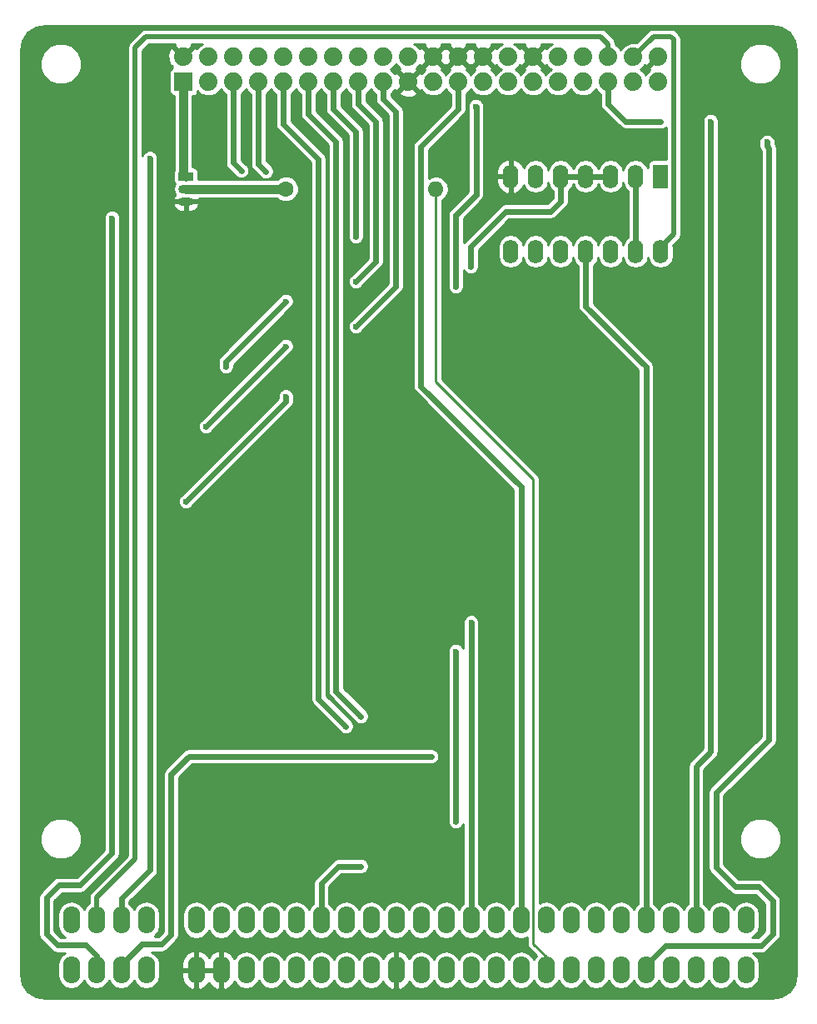
<source format=gbl>
G04 #@! TF.FileFunction,Copper,L2,Bot,Signal*
%FSLAX46Y46*%
G04 Gerber Fmt 4.6, Leading zero omitted, Abs format (unit mm)*
G04 Created by KiCad (PCBNEW 4.0.5) date 06/12/17 14:20:53*
%MOMM*%
%LPD*%
G01*
G04 APERTURE LIST*
%ADD10C,0.100000*%
%ADD11O,1.727200X2.800000*%
%ADD12R,1.879600X1.879600*%
%ADD13C,1.879600*%
%ADD14O,1.500000X0.900000*%
%ADD15R,1.500000X0.900000*%
%ADD16C,1.600000*%
%ADD17O,1.600000X1.600000*%
%ADD18R,1.600000X2.400000*%
%ADD19O,1.600000X2.400000*%
%ADD20C,0.600000*%
%ADD21C,0.600000*%
%ADD22C,0.500000*%
%ADD23C,0.250000*%
%ADD24C,0.900000*%
%ADD25C,0.254000*%
G04 APERTURE END LIST*
D10*
D11*
X176310000Y-136540000D03*
X173770000Y-136540000D03*
X171230000Y-136540000D03*
X168690000Y-136540000D03*
X166150000Y-136540000D03*
X163610000Y-136540000D03*
X161070000Y-136540000D03*
X158530000Y-136540000D03*
X176310000Y-131460000D03*
X173770000Y-131460000D03*
X171230000Y-131460000D03*
X168690000Y-131460000D03*
X166150000Y-131460000D03*
X163610000Y-131460000D03*
X161070000Y-131460000D03*
X158530000Y-131460000D03*
X107730000Y-131460000D03*
X107730000Y-136540000D03*
X110270000Y-131460000D03*
X110270000Y-136540000D03*
X112810000Y-131460000D03*
X112810000Y-136540000D03*
X115350000Y-131460000D03*
X115350000Y-136540000D03*
X120430000Y-131460000D03*
X120430000Y-136540000D03*
X122970000Y-131460000D03*
X122970000Y-136540000D03*
X125510000Y-131460000D03*
X125510000Y-136540000D03*
X128050000Y-131460000D03*
X128050000Y-136540000D03*
X130590000Y-131460000D03*
X130590000Y-136540000D03*
X133130000Y-131460000D03*
X133130000Y-136540000D03*
X135670000Y-131460000D03*
X135670000Y-136540000D03*
X138210000Y-131460000D03*
X138210000Y-136540000D03*
X140750000Y-131460000D03*
X140750000Y-136540000D03*
X143290000Y-131460000D03*
X143290000Y-136540000D03*
X145830000Y-131460000D03*
X145830000Y-136540000D03*
X148370000Y-131460000D03*
X148370000Y-136540000D03*
X150910000Y-131460000D03*
X150910000Y-136540000D03*
X153450000Y-131460000D03*
X153450000Y-136540000D03*
X155990000Y-131460000D03*
X155990000Y-136540000D03*
D12*
X119120000Y-46270000D03*
D13*
X119120000Y-43730000D03*
X121660000Y-46270000D03*
X121660000Y-43730000D03*
X124200000Y-46270000D03*
X124200000Y-43730000D03*
X126740000Y-46270000D03*
X126740000Y-43730000D03*
X129280000Y-46270000D03*
X129280000Y-43730000D03*
X131820000Y-46270000D03*
X131820000Y-43730000D03*
X134360000Y-46270000D03*
X134360000Y-43730000D03*
X136900000Y-46270000D03*
X136900000Y-43730000D03*
X139440000Y-46270000D03*
X139440000Y-43730000D03*
X141980000Y-46270000D03*
X141980000Y-43730000D03*
X144520000Y-46270000D03*
X144520000Y-43730000D03*
X147060000Y-46270000D03*
X147060000Y-43730000D03*
X149600000Y-46270000D03*
X149600000Y-43730000D03*
X152140000Y-46270000D03*
X152140000Y-43730000D03*
X154680000Y-46270000D03*
X154680000Y-43730000D03*
X157220000Y-46270000D03*
X157220000Y-43730000D03*
X159760000Y-46270000D03*
X159760000Y-43730000D03*
X162300000Y-46270000D03*
X162300000Y-43730000D03*
X164840000Y-46270000D03*
X164840000Y-43730000D03*
X167380000Y-46270000D03*
X167380000Y-43730000D03*
D14*
X119380000Y-57150000D03*
X119380000Y-58420000D03*
D15*
X119380000Y-55880000D03*
D16*
X129540000Y-57150000D03*
D17*
X144780000Y-57150000D03*
D18*
X167640000Y-55880000D03*
D19*
X152400000Y-63500000D03*
X165100000Y-55880000D03*
X154940000Y-63500000D03*
X162560000Y-55880000D03*
X157480000Y-63500000D03*
X160020000Y-55880000D03*
X160020000Y-63500000D03*
X157480000Y-55880000D03*
X162560000Y-63500000D03*
X154940000Y-55880000D03*
X165100000Y-63500000D03*
X152400000Y-55880000D03*
X167640000Y-63500000D03*
D20*
X178452780Y-52387500D03*
X172720000Y-50292000D03*
X167640000Y-50292000D03*
X111857790Y-60112909D03*
X115713509Y-54021990D03*
X144296130Y-114819430D03*
X129539724Y-78255598D03*
X119380000Y-88900000D03*
X136652000Y-71120000D03*
X121412000Y-81280000D03*
X129540000Y-73152000D03*
X136652000Y-66548000D03*
X123444000Y-75184000D03*
X129540000Y-68580000D03*
X136652000Y-61976000D03*
X124989590Y-55307230D03*
X127508000Y-55372000D03*
X137160000Y-125984000D03*
X137160000Y-110744000D03*
X135636000Y-111760000D03*
X148365513Y-101211323D03*
X148336000Y-65024000D03*
X146812000Y-121412000D03*
X146812000Y-104140000D03*
X146812000Y-67056000D03*
X148844000Y-48768000D03*
D21*
X166150000Y-136540000D02*
X166150000Y-136003600D01*
X179025339Y-132886661D02*
X179025339Y-129502732D01*
X173285116Y-118502765D02*
X178643280Y-113144601D01*
X166150000Y-136003600D02*
X168112720Y-134040880D01*
X168112720Y-134040880D02*
X177871120Y-134040880D01*
X178643280Y-113144601D02*
X178643280Y-53002264D01*
X177871120Y-134040880D02*
X179025339Y-132886661D01*
X179025339Y-129502732D02*
X177587208Y-128064601D01*
X177587208Y-128064601D02*
X175263894Y-128064601D01*
X175263894Y-128064601D02*
X173285116Y-126085823D01*
X173285116Y-126085823D02*
X173285116Y-118502765D01*
X178643280Y-53002264D02*
X178452780Y-52811764D01*
X178452780Y-52811764D02*
X178452780Y-52387500D01*
X165100000Y-55880000D02*
X165100000Y-63500000D01*
X172720000Y-50292000D02*
X172719691Y-50292309D01*
X172719691Y-50292309D02*
X172719691Y-114370438D01*
X172719691Y-114370438D02*
X171230000Y-115860129D01*
X171230000Y-115860129D02*
X171230000Y-131460000D01*
X162300000Y-46270000D02*
X162300000Y-48508000D01*
X164084000Y-50292000D02*
X167640000Y-50292000D01*
X162300000Y-48508000D02*
X164084000Y-50292000D01*
X166150000Y-131460000D02*
X166150000Y-75218000D01*
X160020000Y-69088000D02*
X160020000Y-63500000D01*
X166150000Y-75218000D02*
X160020000Y-69088000D01*
D22*
X162300000Y-43730000D02*
X162300000Y-42412000D01*
X162300000Y-42412000D02*
X161544000Y-41656000D01*
X161544000Y-41656000D02*
X115316000Y-41656000D01*
X114176810Y-125241050D02*
X110270000Y-129147860D01*
X115316000Y-41656000D02*
X114176810Y-42795190D01*
X114176810Y-42795190D02*
X114176810Y-125241050D01*
X110270000Y-129147860D02*
X110270000Y-131460000D01*
D21*
X110270000Y-136540000D02*
X110270000Y-135095960D01*
X110270000Y-135095960D02*
X109173645Y-133999605D01*
X109173645Y-133999605D02*
X106316145Y-133999605D01*
X106316145Y-133999605D02*
X105190933Y-132874393D01*
X105190933Y-132874393D02*
X105190933Y-129181217D01*
X105190933Y-129181217D02*
X106473453Y-127898697D01*
X106473453Y-127898697D02*
X108633397Y-127898697D01*
X108633397Y-127898697D02*
X111857790Y-124674304D01*
X111857790Y-124674304D02*
X111857790Y-60537173D01*
X111857790Y-60537173D02*
X111857790Y-60112909D01*
X112810000Y-131460000D02*
X112810000Y-129273763D01*
X112810000Y-129273763D02*
X115713509Y-126370254D01*
X115713509Y-126370254D02*
X115713509Y-54446254D01*
X115713509Y-54446254D02*
X115713509Y-54021990D01*
D22*
X167640000Y-63100000D02*
X167640000Y-63500000D01*
X166914000Y-41656000D02*
X168656000Y-41656000D01*
X164840000Y-43730000D02*
X166914000Y-41656000D01*
X168940000Y-61800000D02*
X167640000Y-63100000D01*
X168940000Y-41940000D02*
X168940000Y-61800000D01*
X168656000Y-41656000D02*
X168940000Y-41940000D01*
D21*
X112810000Y-136540000D02*
X112810000Y-136003600D01*
X112810000Y-136003600D02*
X114911150Y-133902450D01*
X114911150Y-133902450D02*
X116886990Y-133902450D01*
X116886990Y-133902450D02*
X117864890Y-132924550D01*
X117864890Y-132924550D02*
X117864890Y-116635530D01*
X117864890Y-116635530D02*
X119680990Y-114819430D01*
X119680990Y-114819430D02*
X143871866Y-114819430D01*
X143871866Y-114819430D02*
X144296130Y-114819430D01*
X129539724Y-78679862D02*
X129539724Y-78255598D01*
X129539724Y-78740276D02*
X129539724Y-78679862D01*
X119380000Y-88900000D02*
X129539724Y-78740276D01*
X139440000Y-46270000D02*
X139440000Y-48000000D01*
X140716000Y-67056000D02*
X136652000Y-71120000D01*
X140716000Y-49276000D02*
X140716000Y-67056000D01*
X139440000Y-48000000D02*
X140716000Y-49276000D01*
X136900000Y-46270000D02*
X136900000Y-48508000D01*
X129540000Y-73152000D02*
X121412000Y-81280000D01*
X138684000Y-64516000D02*
X136652000Y-66548000D01*
X138684000Y-50292000D02*
X138684000Y-64516000D01*
X136900000Y-48508000D02*
X138684000Y-50292000D01*
X134360000Y-46270000D02*
X134360000Y-49016000D01*
X123444000Y-74676000D02*
X123444000Y-75184000D01*
X129540000Y-68580000D02*
X123444000Y-74676000D01*
X136652000Y-51308000D02*
X136652000Y-61976000D01*
X134360000Y-49016000D02*
X136652000Y-51308000D01*
X124689591Y-55007231D02*
X124989590Y-55307230D01*
X124200000Y-54517640D02*
X124689591Y-55007231D01*
X124200000Y-46270000D02*
X124200000Y-54517640D01*
X126740000Y-46270000D02*
X126740000Y-54604000D01*
X126740000Y-54604000D02*
X127508000Y-55372000D01*
X137160000Y-125984000D02*
X137157212Y-125986788D01*
X137157212Y-125986788D02*
X134887846Y-125986788D01*
X134887846Y-125986788D02*
X133130000Y-127744634D01*
X133130000Y-127744634D02*
X133130000Y-131460000D01*
X131820000Y-46270000D02*
X131820000Y-49524000D01*
X134620000Y-108204000D02*
X137160000Y-110744000D01*
X134620000Y-52324000D02*
X134620000Y-108204000D01*
X131820000Y-49524000D02*
X134620000Y-52324000D01*
X129280000Y-46270000D02*
X129280000Y-50540000D01*
X129280000Y-50540000D02*
X132861050Y-54121050D01*
X132861050Y-54121050D02*
X132861050Y-108985050D01*
X132861050Y-108985050D02*
X135636000Y-111760000D01*
X148370000Y-101215810D02*
X148365513Y-101211323D01*
X148370000Y-131460000D02*
X148370000Y-101215810D01*
X157480000Y-58420000D02*
X157480000Y-55880000D01*
X156464000Y-59436000D02*
X157480000Y-58420000D01*
X151892000Y-59436000D02*
X156464000Y-59436000D01*
X148336000Y-62992000D02*
X151892000Y-59436000D01*
X148336000Y-65024000D02*
X148336000Y-62992000D01*
X160020000Y-55880000D02*
X157480000Y-55880000D01*
X162560000Y-55880000D02*
X160020000Y-55880000D01*
X148844000Y-48768000D02*
X148875750Y-48799750D01*
X148875750Y-48799750D02*
X148875750Y-57740550D01*
X148875750Y-57740550D02*
X146812000Y-59804300D01*
X146812000Y-59804300D02*
X146812000Y-67056000D01*
X146812000Y-104140000D02*
X146812000Y-121412000D01*
X153450000Y-131460000D02*
X153450000Y-87410000D01*
X147060000Y-49028000D02*
X147060000Y-46270000D01*
X143256000Y-52832000D02*
X147060000Y-49028000D01*
X143256000Y-77216000D02*
X143256000Y-52832000D01*
X153450000Y-87410000D02*
X143256000Y-77216000D01*
D23*
X155990000Y-136540000D02*
X155990000Y-135162000D01*
X155990000Y-135162000D02*
X154686000Y-133858000D01*
X154686000Y-133858000D02*
X154686000Y-86677500D01*
X154686000Y-86677500D02*
X144780000Y-76771500D01*
X144780000Y-76771500D02*
X144780000Y-57150000D01*
D24*
X119120000Y-46270000D02*
X119120000Y-55620000D01*
X119120000Y-55620000D02*
X119380000Y-55880000D01*
X119380000Y-57150000D02*
X129540000Y-57150000D01*
D25*
G36*
X179920574Y-40777535D02*
X180700999Y-41298998D01*
X181222465Y-42079425D01*
X181417000Y-43057422D01*
X181417000Y-136942578D01*
X181222465Y-137920575D01*
X180700999Y-138701002D01*
X179920574Y-139222465D01*
X178942579Y-139417000D01*
X105057422Y-139417000D01*
X104079425Y-139222465D01*
X103298998Y-138700999D01*
X102777535Y-137920574D01*
X102583000Y-136942579D01*
X102583000Y-129181217D01*
X104382933Y-129181217D01*
X104382933Y-132874393D01*
X104444438Y-133183602D01*
X104619591Y-133445735D01*
X105744803Y-134570947D01*
X106006936Y-134746100D01*
X106316145Y-134807605D01*
X107042612Y-134807605D01*
X106760132Y-134996352D01*
X106462807Y-135441331D01*
X106358400Y-135966220D01*
X106358400Y-137113780D01*
X106462807Y-137638669D01*
X106760132Y-138083648D01*
X107205111Y-138380973D01*
X107730000Y-138485380D01*
X108254889Y-138380973D01*
X108699868Y-138083648D01*
X108997193Y-137638669D01*
X109000000Y-137624557D01*
X109002807Y-137638669D01*
X109300132Y-138083648D01*
X109745111Y-138380973D01*
X110270000Y-138485380D01*
X110794889Y-138380973D01*
X111239868Y-138083648D01*
X111537193Y-137638669D01*
X111540000Y-137624557D01*
X111542807Y-137638669D01*
X111840132Y-138083648D01*
X112285111Y-138380973D01*
X112810000Y-138485380D01*
X113334889Y-138380973D01*
X113779868Y-138083648D01*
X114077193Y-137638669D01*
X114080000Y-137624557D01*
X114082807Y-137638669D01*
X114380132Y-138083648D01*
X114825111Y-138380973D01*
X115350000Y-138485380D01*
X115874889Y-138380973D01*
X116319868Y-138083648D01*
X116617193Y-137638669D01*
X116721600Y-137113780D01*
X116721600Y-136667000D01*
X118931400Y-136667000D01*
X118931400Y-137203400D01*
X119094075Y-137767222D01*
X119460132Y-138225873D01*
X119973843Y-138509527D01*
X120070974Y-138531358D01*
X120303000Y-138410217D01*
X120303000Y-136667000D01*
X120557000Y-136667000D01*
X120557000Y-138410217D01*
X120789026Y-138531358D01*
X120886157Y-138509527D01*
X121399868Y-138225873D01*
X121700000Y-137849823D01*
X122000132Y-138225873D01*
X122513843Y-138509527D01*
X122610974Y-138531358D01*
X122843000Y-138410217D01*
X122843000Y-136667000D01*
X120557000Y-136667000D01*
X120303000Y-136667000D01*
X118931400Y-136667000D01*
X116721600Y-136667000D01*
X116721600Y-135966220D01*
X116703774Y-135876600D01*
X118931400Y-135876600D01*
X118931400Y-136413000D01*
X120303000Y-136413000D01*
X120303000Y-134669783D01*
X120557000Y-134669783D01*
X120557000Y-136413000D01*
X122843000Y-136413000D01*
X122843000Y-134669783D01*
X123097000Y-134669783D01*
X123097000Y-136413000D01*
X123117000Y-136413000D01*
X123117000Y-136667000D01*
X123097000Y-136667000D01*
X123097000Y-138410217D01*
X123329026Y-138531358D01*
X123426157Y-138509527D01*
X123939868Y-138225873D01*
X124305925Y-137767222D01*
X124312794Y-137743413D01*
X124540132Y-138083648D01*
X124985111Y-138380973D01*
X125510000Y-138485380D01*
X126034889Y-138380973D01*
X126479868Y-138083648D01*
X126777193Y-137638669D01*
X126780000Y-137624557D01*
X126782807Y-137638669D01*
X127080132Y-138083648D01*
X127525111Y-138380973D01*
X128050000Y-138485380D01*
X128574889Y-138380973D01*
X129019868Y-138083648D01*
X129317193Y-137638669D01*
X129320000Y-137624557D01*
X129322807Y-137638669D01*
X129620132Y-138083648D01*
X130065111Y-138380973D01*
X130590000Y-138485380D01*
X131114889Y-138380973D01*
X131559868Y-138083648D01*
X131857193Y-137638669D01*
X131860000Y-137624557D01*
X131862807Y-137638669D01*
X132160132Y-138083648D01*
X132605111Y-138380973D01*
X133130000Y-138485380D01*
X133654889Y-138380973D01*
X134099868Y-138083648D01*
X134397193Y-137638669D01*
X134400000Y-137624557D01*
X134402807Y-137638669D01*
X134700132Y-138083648D01*
X135145111Y-138380973D01*
X135670000Y-138485380D01*
X136194889Y-138380973D01*
X136639868Y-138083648D01*
X136937193Y-137638669D01*
X136940000Y-137624557D01*
X136942807Y-137638669D01*
X137240132Y-138083648D01*
X137685111Y-138380973D01*
X138210000Y-138485380D01*
X138734889Y-138380973D01*
X139179868Y-138083648D01*
X139407206Y-137743413D01*
X139414075Y-137767222D01*
X139780132Y-138225873D01*
X140293843Y-138509527D01*
X140390974Y-138531358D01*
X140623000Y-138410217D01*
X140623000Y-136667000D01*
X140603000Y-136667000D01*
X140603000Y-136413000D01*
X140623000Y-136413000D01*
X140623000Y-134669783D01*
X140390974Y-134548642D01*
X140293843Y-134570473D01*
X139780132Y-134854127D01*
X139414075Y-135312778D01*
X139407206Y-135336587D01*
X139179868Y-134996352D01*
X138734889Y-134699027D01*
X138210000Y-134594620D01*
X137685111Y-134699027D01*
X137240132Y-134996352D01*
X136942807Y-135441331D01*
X136940000Y-135455443D01*
X136937193Y-135441331D01*
X136639868Y-134996352D01*
X136194889Y-134699027D01*
X135670000Y-134594620D01*
X135145111Y-134699027D01*
X134700132Y-134996352D01*
X134402807Y-135441331D01*
X134400000Y-135455443D01*
X134397193Y-135441331D01*
X134099868Y-134996352D01*
X133654889Y-134699027D01*
X133130000Y-134594620D01*
X132605111Y-134699027D01*
X132160132Y-134996352D01*
X131862807Y-135441331D01*
X131860000Y-135455443D01*
X131857193Y-135441331D01*
X131559868Y-134996352D01*
X131114889Y-134699027D01*
X130590000Y-134594620D01*
X130065111Y-134699027D01*
X129620132Y-134996352D01*
X129322807Y-135441331D01*
X129320000Y-135455443D01*
X129317193Y-135441331D01*
X129019868Y-134996352D01*
X128574889Y-134699027D01*
X128050000Y-134594620D01*
X127525111Y-134699027D01*
X127080132Y-134996352D01*
X126782807Y-135441331D01*
X126780000Y-135455443D01*
X126777193Y-135441331D01*
X126479868Y-134996352D01*
X126034889Y-134699027D01*
X125510000Y-134594620D01*
X124985111Y-134699027D01*
X124540132Y-134996352D01*
X124312794Y-135336587D01*
X124305925Y-135312778D01*
X123939868Y-134854127D01*
X123426157Y-134570473D01*
X123329026Y-134548642D01*
X123097000Y-134669783D01*
X122843000Y-134669783D01*
X122610974Y-134548642D01*
X122513843Y-134570473D01*
X122000132Y-134854127D01*
X121700000Y-135230177D01*
X121399868Y-134854127D01*
X120886157Y-134570473D01*
X120789026Y-134548642D01*
X120557000Y-134669783D01*
X120303000Y-134669783D01*
X120070974Y-134548642D01*
X119973843Y-134570473D01*
X119460132Y-134854127D01*
X119094075Y-135312778D01*
X118931400Y-135876600D01*
X116703774Y-135876600D01*
X116617193Y-135441331D01*
X116319868Y-134996352D01*
X115891985Y-134710450D01*
X116886990Y-134710450D01*
X117196199Y-134648945D01*
X117458332Y-134473792D01*
X118436232Y-133495893D01*
X118611384Y-133233759D01*
X118611385Y-133233758D01*
X118672890Y-132924550D01*
X118672890Y-116970214D01*
X120015674Y-115627430D01*
X144295425Y-115627430D01*
X144456146Y-115627570D01*
X144753227Y-115504819D01*
X144980720Y-115277723D01*
X145103990Y-114980856D01*
X145104270Y-114659414D01*
X144981519Y-114362333D01*
X144754423Y-114134840D01*
X144457556Y-114011570D01*
X144136114Y-114011290D01*
X144135775Y-114011430D01*
X119680990Y-114011430D01*
X119430627Y-114061230D01*
X119371781Y-114072935D01*
X119109648Y-114248088D01*
X117293548Y-116064188D01*
X117118395Y-116326321D01*
X117118395Y-116326322D01*
X117056890Y-116635530D01*
X117056890Y-132589865D01*
X116552306Y-133094450D01*
X116183973Y-133094450D01*
X116319868Y-133003648D01*
X116617193Y-132558669D01*
X116721600Y-132033780D01*
X116721600Y-130886220D01*
X116617193Y-130361331D01*
X116319868Y-129916352D01*
X115874889Y-129619027D01*
X115350000Y-129514620D01*
X114825111Y-129619027D01*
X114380132Y-129916352D01*
X114082807Y-130361331D01*
X114080000Y-130375443D01*
X114077193Y-130361331D01*
X113779868Y-129916352D01*
X113618000Y-129808195D01*
X113618000Y-129608447D01*
X116284851Y-126941596D01*
X116460004Y-126679462D01*
X116521509Y-126370254D01*
X116521509Y-89060016D01*
X118571860Y-89060016D01*
X118694611Y-89357097D01*
X118921707Y-89584590D01*
X119218574Y-89707860D01*
X119540016Y-89708140D01*
X119837097Y-89585389D01*
X120064590Y-89358293D01*
X120064731Y-89357953D01*
X130111066Y-79311619D01*
X130228099Y-79136466D01*
X130286219Y-79049484D01*
X130347724Y-78740276D01*
X130347724Y-78256303D01*
X130347864Y-78095582D01*
X130225113Y-77798501D01*
X129998017Y-77571008D01*
X129701150Y-77447738D01*
X129379708Y-77447458D01*
X129082627Y-77570209D01*
X128855134Y-77797305D01*
X128731864Y-78094172D01*
X128731593Y-78405722D01*
X118809443Y-88327873D01*
X118695410Y-88441707D01*
X118572140Y-88738574D01*
X118571860Y-89060016D01*
X116521509Y-89060016D01*
X116521509Y-81440016D01*
X120603860Y-81440016D01*
X120726611Y-81737097D01*
X120953707Y-81964590D01*
X121250574Y-82087860D01*
X121572016Y-82088140D01*
X121869097Y-81965389D01*
X122096590Y-81738293D01*
X122096731Y-81737953D01*
X130110557Y-73724127D01*
X130224590Y-73610293D01*
X130347860Y-73313426D01*
X130348140Y-72991984D01*
X130225389Y-72694903D01*
X129998293Y-72467410D01*
X129701426Y-72344140D01*
X129379984Y-72343860D01*
X129082903Y-72466611D01*
X128855410Y-72693707D01*
X128855269Y-72694047D01*
X120841443Y-80707873D01*
X120727410Y-80821707D01*
X120604140Y-81118574D01*
X120603860Y-81440016D01*
X116521509Y-81440016D01*
X116521509Y-75344016D01*
X122635860Y-75344016D01*
X122758611Y-75641097D01*
X122985707Y-75868590D01*
X123282574Y-75991860D01*
X123604016Y-75992140D01*
X123901097Y-75869389D01*
X124128590Y-75642293D01*
X124251860Y-75345426D01*
X124252140Y-75023984D01*
X124252000Y-75023645D01*
X124252000Y-75010684D01*
X130110557Y-69152127D01*
X130224590Y-69038293D01*
X130347860Y-68741426D01*
X130348140Y-68419984D01*
X130225389Y-68122903D01*
X129998293Y-67895410D01*
X129701426Y-67772140D01*
X129379984Y-67771860D01*
X129082903Y-67894611D01*
X128855410Y-68121707D01*
X128855269Y-68122047D01*
X122872658Y-74104658D01*
X122697505Y-74366791D01*
X122688910Y-74410000D01*
X122636000Y-74676000D01*
X122636000Y-75183295D01*
X122635860Y-75344016D01*
X116521509Y-75344016D01*
X116521509Y-58714001D01*
X118035592Y-58714001D01*
X118222987Y-59097408D01*
X118547456Y-59373808D01*
X118953000Y-59505000D01*
X119253000Y-59505000D01*
X119253000Y-58547000D01*
X119507000Y-58547000D01*
X119507000Y-59505000D01*
X119807000Y-59505000D01*
X120212544Y-59373808D01*
X120537013Y-59097408D01*
X120724408Y-58714001D01*
X120597502Y-58547000D01*
X119507000Y-58547000D01*
X119253000Y-58547000D01*
X118162498Y-58547000D01*
X118035592Y-58714001D01*
X116521509Y-58714001D01*
X116521509Y-54022695D01*
X116521649Y-53861974D01*
X116398898Y-53564893D01*
X116171802Y-53337400D01*
X115874935Y-53214130D01*
X115553493Y-53213850D01*
X115256412Y-53336601D01*
X115028919Y-53563697D01*
X114934810Y-53790337D01*
X114934810Y-43109164D01*
X115629974Y-42414000D01*
X118263155Y-42414000D01*
X118190637Y-42621032D01*
X119120000Y-43550395D01*
X120049363Y-42621032D01*
X119976845Y-42414000D01*
X121053691Y-42414000D01*
X120840959Y-42501899D01*
X120460468Y-42881726D01*
X120228968Y-42800637D01*
X119299605Y-43730000D01*
X119313748Y-43744143D01*
X119134143Y-43923748D01*
X119120000Y-43909605D01*
X119105858Y-43923748D01*
X118926253Y-43744143D01*
X118940395Y-43730000D01*
X118011032Y-42800637D01*
X117750420Y-42891923D01*
X117533955Y-43479833D01*
X117558951Y-44105828D01*
X117750420Y-44568077D01*
X118011030Y-44659362D01*
X117896588Y-44773804D01*
X117978869Y-44856085D01*
X117819047Y-44958928D01*
X117703055Y-45128688D01*
X117662248Y-45330200D01*
X117662248Y-47209800D01*
X117697670Y-47398053D01*
X117808928Y-47570953D01*
X117978688Y-47686945D01*
X118162000Y-47724066D01*
X118162000Y-55215104D01*
X118152855Y-55228488D01*
X118112048Y-55430000D01*
X118112048Y-56330000D01*
X118147470Y-56518253D01*
X118245570Y-56670705D01*
X118170277Y-56783389D01*
X118097354Y-57150000D01*
X118170277Y-57516611D01*
X118285622Y-57689236D01*
X118222987Y-57742592D01*
X118035592Y-58125999D01*
X118162498Y-58293000D01*
X119253000Y-58293000D01*
X119253000Y-58273000D01*
X119507000Y-58273000D01*
X119507000Y-58293000D01*
X120597502Y-58293000D01*
X120724408Y-58125999D01*
X120715611Y-58108000D01*
X128648150Y-58108000D01*
X128798110Y-58258222D01*
X129278681Y-58457772D01*
X129799036Y-58458226D01*
X130279954Y-58259515D01*
X130648222Y-57891890D01*
X130847772Y-57411319D01*
X130848226Y-56890964D01*
X130649515Y-56410046D01*
X130281890Y-56041778D01*
X129801319Y-55842228D01*
X129280964Y-55841774D01*
X128800046Y-56040485D01*
X128648266Y-56192000D01*
X120647952Y-56192000D01*
X120647952Y-55430000D01*
X120612530Y-55241747D01*
X120501272Y-55068847D01*
X120331512Y-54952855D01*
X120130000Y-54912048D01*
X120078000Y-54912048D01*
X120078000Y-47724327D01*
X120248053Y-47692330D01*
X120420953Y-47581072D01*
X120536945Y-47411312D01*
X120573484Y-47230874D01*
X120838816Y-47496669D01*
X121370751Y-47717548D01*
X121946722Y-47718051D01*
X122479041Y-47498101D01*
X122886669Y-47091184D01*
X122929833Y-46987234D01*
X122971899Y-47089041D01*
X123378816Y-47496669D01*
X123392000Y-47502143D01*
X123392000Y-54517640D01*
X123453505Y-54826849D01*
X123628658Y-55088982D01*
X124118249Y-55578573D01*
X124418035Y-55878360D01*
X124531297Y-55991820D01*
X124828164Y-56115090D01*
X125149606Y-56115370D01*
X125446687Y-55992619D01*
X125560931Y-55878574D01*
X125560933Y-55878573D01*
X125560934Y-55878571D01*
X125674180Y-55765523D01*
X125797450Y-55468656D01*
X125797730Y-55147214D01*
X125674979Y-54850133D01*
X125447883Y-54622640D01*
X125447544Y-54622499D01*
X125260933Y-54435889D01*
X125008000Y-54182956D01*
X125008000Y-47502663D01*
X125019041Y-47498101D01*
X125426669Y-47091184D01*
X125469833Y-46987234D01*
X125511899Y-47089041D01*
X125918816Y-47496669D01*
X125932000Y-47502143D01*
X125932000Y-54604000D01*
X125993505Y-54913209D01*
X126168658Y-55175342D01*
X126935873Y-55942557D01*
X127049707Y-56056590D01*
X127346574Y-56179860D01*
X127668016Y-56180140D01*
X127965097Y-56057389D01*
X128192590Y-55830293D01*
X128315860Y-55533426D01*
X128316140Y-55211984D01*
X128193389Y-54914903D01*
X127966293Y-54687410D01*
X127965953Y-54687269D01*
X127548000Y-54269316D01*
X127548000Y-47502663D01*
X127559041Y-47498101D01*
X127966669Y-47091184D01*
X128009833Y-46987234D01*
X128051899Y-47089041D01*
X128458816Y-47496669D01*
X128472000Y-47502143D01*
X128472000Y-50540000D01*
X128533505Y-50849209D01*
X128708658Y-51111342D01*
X132053050Y-54455735D01*
X132053050Y-108985050D01*
X132114555Y-109294259D01*
X132289708Y-109556392D01*
X135063873Y-112330557D01*
X135177707Y-112444590D01*
X135474574Y-112567860D01*
X135796016Y-112568140D01*
X136093097Y-112445389D01*
X136320590Y-112218293D01*
X136443860Y-111921426D01*
X136444140Y-111599984D01*
X136321389Y-111302903D01*
X136094293Y-111075410D01*
X136093953Y-111075269D01*
X133669050Y-108650366D01*
X133669050Y-54121050D01*
X133607545Y-53811842D01*
X133532653Y-53699759D01*
X133432392Y-53549707D01*
X130088000Y-50205316D01*
X130088000Y-47502663D01*
X130099041Y-47498101D01*
X130506669Y-47091184D01*
X130549833Y-46987234D01*
X130591899Y-47089041D01*
X130998816Y-47496669D01*
X131012000Y-47502143D01*
X131012000Y-49524000D01*
X131073505Y-49833209D01*
X131248658Y-50095342D01*
X133812000Y-52658684D01*
X133812000Y-108204000D01*
X133873505Y-108513209D01*
X134048658Y-108775342D01*
X136588445Y-111315130D01*
X136701707Y-111428590D01*
X136998574Y-111551860D01*
X137320016Y-111552140D01*
X137617097Y-111429389D01*
X137844590Y-111202293D01*
X137967860Y-110905426D01*
X137968140Y-110583984D01*
X137845389Y-110286903D01*
X137618293Y-110059410D01*
X137617954Y-110059269D01*
X135428000Y-107869316D01*
X135428000Y-52324000D01*
X135379126Y-52078292D01*
X135366495Y-52014791D01*
X135191342Y-51752658D01*
X132628000Y-49189316D01*
X132628000Y-47502663D01*
X132639041Y-47498101D01*
X133046669Y-47091184D01*
X133089833Y-46987234D01*
X133131899Y-47089041D01*
X133538816Y-47496669D01*
X133552000Y-47502143D01*
X133552000Y-49016000D01*
X133613505Y-49325209D01*
X133788658Y-49587342D01*
X135844000Y-51642685D01*
X135844000Y-61975295D01*
X135843860Y-62136016D01*
X135966611Y-62433097D01*
X136193707Y-62660590D01*
X136490574Y-62783860D01*
X136812016Y-62784140D01*
X137109097Y-62661389D01*
X137336590Y-62434293D01*
X137459860Y-62137426D01*
X137460140Y-61815984D01*
X137460000Y-61815645D01*
X137460000Y-51308000D01*
X137398495Y-50998792D01*
X137340375Y-50911810D01*
X137223342Y-50736657D01*
X135168000Y-48681316D01*
X135168000Y-47502663D01*
X135179041Y-47498101D01*
X135586669Y-47091184D01*
X135629833Y-46987234D01*
X135671899Y-47089041D01*
X136078816Y-47496669D01*
X136092000Y-47502143D01*
X136092000Y-48508000D01*
X136153505Y-48817209D01*
X136328658Y-49079342D01*
X137876000Y-50626684D01*
X137876000Y-64181316D01*
X136081443Y-65975873D01*
X135967410Y-66089707D01*
X135844140Y-66386574D01*
X135843860Y-66708016D01*
X135966611Y-67005097D01*
X136193707Y-67232590D01*
X136490574Y-67355860D01*
X136812016Y-67356140D01*
X137109097Y-67233389D01*
X137336590Y-67006293D01*
X137336731Y-67005953D01*
X139255342Y-65087342D01*
X139430495Y-64825209D01*
X139492000Y-64516000D01*
X139492000Y-50292000D01*
X139459891Y-50130574D01*
X139430495Y-49982791D01*
X139255342Y-49720658D01*
X137708000Y-48173316D01*
X137708000Y-47502663D01*
X137719041Y-47498101D01*
X138126669Y-47091184D01*
X138169833Y-46987234D01*
X138211899Y-47089041D01*
X138618816Y-47496669D01*
X138632000Y-47502143D01*
X138632000Y-48000000D01*
X138693505Y-48309209D01*
X138868658Y-48571342D01*
X139908000Y-49610685D01*
X139908000Y-66721316D01*
X136081443Y-70547873D01*
X135967410Y-70661707D01*
X135844140Y-70958574D01*
X135843860Y-71280016D01*
X135966611Y-71577097D01*
X136193707Y-71804590D01*
X136490574Y-71927860D01*
X136812016Y-71928140D01*
X137109097Y-71805389D01*
X137336590Y-71578293D01*
X137336731Y-71577953D01*
X141287342Y-67627342D01*
X141462495Y-67365209D01*
X141524000Y-67056000D01*
X141524000Y-49276000D01*
X141462495Y-48966792D01*
X141436586Y-48928016D01*
X141287343Y-48704658D01*
X140248000Y-47665316D01*
X140248000Y-47502663D01*
X140259041Y-47498101D01*
X140378382Y-47378968D01*
X141050637Y-47378968D01*
X141141923Y-47639580D01*
X141729833Y-47856045D01*
X142355828Y-47831049D01*
X142818077Y-47639580D01*
X142909363Y-47378968D01*
X141980000Y-46449605D01*
X141050637Y-47378968D01*
X140378382Y-47378968D01*
X140639532Y-47118274D01*
X140871032Y-47199363D01*
X141800395Y-46270000D01*
X140871032Y-45340637D01*
X140639078Y-45421885D01*
X140261184Y-45043331D01*
X140157234Y-45000167D01*
X140259041Y-44958101D01*
X140666669Y-44551184D01*
X140709833Y-44447234D01*
X140751899Y-44549041D01*
X141131726Y-44929532D01*
X141050637Y-45161032D01*
X141980000Y-46090395D01*
X142909363Y-45161032D01*
X142828115Y-44929078D01*
X143179532Y-44578274D01*
X143411032Y-44659363D01*
X144340395Y-43730000D01*
X144699605Y-43730000D01*
X145628968Y-44659363D01*
X145790000Y-44602957D01*
X145951032Y-44659363D01*
X146880395Y-43730000D01*
X147239605Y-43730000D01*
X148168968Y-44659363D01*
X148330000Y-44602957D01*
X148491032Y-44659363D01*
X149420395Y-43730000D01*
X148491032Y-42800637D01*
X148330000Y-42857043D01*
X148168968Y-42800637D01*
X147239605Y-43730000D01*
X146880395Y-43730000D01*
X145951032Y-42800637D01*
X145790000Y-42857043D01*
X145628968Y-42800637D01*
X144699605Y-43730000D01*
X144340395Y-43730000D01*
X143411032Y-42800637D01*
X143179078Y-42881885D01*
X142801184Y-42503331D01*
X142586051Y-42414000D01*
X143663155Y-42414000D01*
X143590637Y-42621032D01*
X144520000Y-43550395D01*
X145449363Y-42621032D01*
X145376845Y-42414000D01*
X146203155Y-42414000D01*
X146130637Y-42621032D01*
X147060000Y-43550395D01*
X147989363Y-42621032D01*
X147916845Y-42414000D01*
X148743155Y-42414000D01*
X148670637Y-42621032D01*
X149600000Y-43550395D01*
X150529363Y-42621032D01*
X150456845Y-42414000D01*
X151533691Y-42414000D01*
X151320959Y-42501899D01*
X150940468Y-42881726D01*
X150708968Y-42800637D01*
X149779605Y-43730000D01*
X150708968Y-44659363D01*
X150940922Y-44578115D01*
X151318816Y-44956669D01*
X151422766Y-44999833D01*
X151320959Y-45041899D01*
X150913331Y-45448816D01*
X150870167Y-45552766D01*
X150828101Y-45450959D01*
X150448274Y-45070468D01*
X150529363Y-44838968D01*
X149600000Y-43909605D01*
X148670637Y-44838968D01*
X148751885Y-45070922D01*
X148373331Y-45448816D01*
X148330167Y-45552766D01*
X148288101Y-45450959D01*
X147908274Y-45070468D01*
X147989363Y-44838968D01*
X147060000Y-43909605D01*
X146130637Y-44838968D01*
X146211885Y-45070922D01*
X145833331Y-45448816D01*
X145790167Y-45552766D01*
X145748101Y-45450959D01*
X145368274Y-45070468D01*
X145449363Y-44838968D01*
X144520000Y-43909605D01*
X143590637Y-44838968D01*
X143671885Y-45070922D01*
X143320468Y-45421726D01*
X143088968Y-45340637D01*
X142159605Y-46270000D01*
X143088968Y-47199363D01*
X143320922Y-47118115D01*
X143698816Y-47496669D01*
X144230751Y-47717548D01*
X144806722Y-47718051D01*
X145339041Y-47498101D01*
X145746669Y-47091184D01*
X145789833Y-46987234D01*
X145831899Y-47089041D01*
X146238816Y-47496669D01*
X146252000Y-47502143D01*
X146252000Y-48693315D01*
X142684658Y-52260658D01*
X142509505Y-52522791D01*
X142452025Y-52811764D01*
X142448000Y-52832000D01*
X142448000Y-77216000D01*
X142509505Y-77525209D01*
X142684658Y-77787342D01*
X152642000Y-87744684D01*
X152642000Y-129808195D01*
X152480132Y-129916352D01*
X152182807Y-130361331D01*
X152180000Y-130375443D01*
X152177193Y-130361331D01*
X151879868Y-129916352D01*
X151434889Y-129619027D01*
X150910000Y-129514620D01*
X150385111Y-129619027D01*
X149940132Y-129916352D01*
X149642807Y-130361331D01*
X149640000Y-130375443D01*
X149637193Y-130361331D01*
X149339868Y-129916352D01*
X149178000Y-129808195D01*
X149178000Y-101215810D01*
X149173529Y-101193334D01*
X149173653Y-101051307D01*
X149118939Y-100918888D01*
X149116495Y-100906602D01*
X149113496Y-100902114D01*
X149109596Y-100896277D01*
X149050902Y-100754226D01*
X148941358Y-100644491D01*
X148941343Y-100644468D01*
X148937551Y-100640677D01*
X148823806Y-100526733D01*
X148526939Y-100403463D01*
X148205497Y-100403183D01*
X147908416Y-100525934D01*
X147680923Y-100753030D01*
X147557653Y-101049897D01*
X147557373Y-101371339D01*
X147562000Y-101382537D01*
X147562000Y-103839274D01*
X147497389Y-103682903D01*
X147270293Y-103455410D01*
X146973426Y-103332140D01*
X146651984Y-103331860D01*
X146354903Y-103454611D01*
X146127410Y-103681707D01*
X146004140Y-103978574D01*
X146003860Y-104300016D01*
X146004000Y-104300355D01*
X146004000Y-121411295D01*
X146003860Y-121572016D01*
X146126611Y-121869097D01*
X146353707Y-122096590D01*
X146650574Y-122219860D01*
X146972016Y-122220140D01*
X147269097Y-122097389D01*
X147496590Y-121870293D01*
X147562000Y-121712768D01*
X147562000Y-129808195D01*
X147400132Y-129916352D01*
X147102807Y-130361331D01*
X147100000Y-130375443D01*
X147097193Y-130361331D01*
X146799868Y-129916352D01*
X146354889Y-129619027D01*
X145830000Y-129514620D01*
X145305111Y-129619027D01*
X144860132Y-129916352D01*
X144562807Y-130361331D01*
X144560000Y-130375443D01*
X144557193Y-130361331D01*
X144259868Y-129916352D01*
X143814889Y-129619027D01*
X143290000Y-129514620D01*
X142765111Y-129619027D01*
X142320132Y-129916352D01*
X142022807Y-130361331D01*
X142020000Y-130375443D01*
X142017193Y-130361331D01*
X141719868Y-129916352D01*
X141274889Y-129619027D01*
X140750000Y-129514620D01*
X140225111Y-129619027D01*
X139780132Y-129916352D01*
X139482807Y-130361331D01*
X139480000Y-130375443D01*
X139477193Y-130361331D01*
X139179868Y-129916352D01*
X138734889Y-129619027D01*
X138210000Y-129514620D01*
X137685111Y-129619027D01*
X137240132Y-129916352D01*
X136942807Y-130361331D01*
X136940000Y-130375443D01*
X136937193Y-130361331D01*
X136639868Y-129916352D01*
X136194889Y-129619027D01*
X135670000Y-129514620D01*
X135145111Y-129619027D01*
X134700132Y-129916352D01*
X134402807Y-130361331D01*
X134400000Y-130375443D01*
X134397193Y-130361331D01*
X134099868Y-129916352D01*
X133938000Y-129808195D01*
X133938000Y-128079318D01*
X135222531Y-126794788D01*
X137157212Y-126794788D01*
X137171176Y-126792010D01*
X137320016Y-126792140D01*
X137458785Y-126734802D01*
X137466421Y-126733283D01*
X137472837Y-126728996D01*
X137617097Y-126669389D01*
X137728543Y-126558137D01*
X137728554Y-126558130D01*
X137730557Y-126556127D01*
X137844590Y-126442293D01*
X137967860Y-126145426D01*
X137968140Y-125823984D01*
X137845389Y-125526903D01*
X137618293Y-125299410D01*
X137321426Y-125176140D01*
X136999984Y-125175860D01*
X136992898Y-125178788D01*
X134887846Y-125178788D01*
X134578638Y-125240293D01*
X134316504Y-125415445D01*
X132558658Y-127173292D01*
X132383505Y-127435425D01*
X132383505Y-127435426D01*
X132322000Y-127744634D01*
X132322000Y-129808195D01*
X132160132Y-129916352D01*
X131862807Y-130361331D01*
X131860000Y-130375443D01*
X131857193Y-130361331D01*
X131559868Y-129916352D01*
X131114889Y-129619027D01*
X130590000Y-129514620D01*
X130065111Y-129619027D01*
X129620132Y-129916352D01*
X129322807Y-130361331D01*
X129320000Y-130375443D01*
X129317193Y-130361331D01*
X129019868Y-129916352D01*
X128574889Y-129619027D01*
X128050000Y-129514620D01*
X127525111Y-129619027D01*
X127080132Y-129916352D01*
X126782807Y-130361331D01*
X126780000Y-130375443D01*
X126777193Y-130361331D01*
X126479868Y-129916352D01*
X126034889Y-129619027D01*
X125510000Y-129514620D01*
X124985111Y-129619027D01*
X124540132Y-129916352D01*
X124242807Y-130361331D01*
X124240000Y-130375443D01*
X124237193Y-130361331D01*
X123939868Y-129916352D01*
X123494889Y-129619027D01*
X122970000Y-129514620D01*
X122445111Y-129619027D01*
X122000132Y-129916352D01*
X121702807Y-130361331D01*
X121700000Y-130375443D01*
X121697193Y-130361331D01*
X121399868Y-129916352D01*
X120954889Y-129619027D01*
X120430000Y-129514620D01*
X119905111Y-129619027D01*
X119460132Y-129916352D01*
X119162807Y-130361331D01*
X119058400Y-130886220D01*
X119058400Y-132033780D01*
X119162807Y-132558669D01*
X119460132Y-133003648D01*
X119905111Y-133300973D01*
X120430000Y-133405380D01*
X120954889Y-133300973D01*
X121399868Y-133003648D01*
X121697193Y-132558669D01*
X121700000Y-132544557D01*
X121702807Y-132558669D01*
X122000132Y-133003648D01*
X122445111Y-133300973D01*
X122970000Y-133405380D01*
X123494889Y-133300973D01*
X123939868Y-133003648D01*
X124237193Y-132558669D01*
X124240000Y-132544557D01*
X124242807Y-132558669D01*
X124540132Y-133003648D01*
X124985111Y-133300973D01*
X125510000Y-133405380D01*
X126034889Y-133300973D01*
X126479868Y-133003648D01*
X126777193Y-132558669D01*
X126780000Y-132544557D01*
X126782807Y-132558669D01*
X127080132Y-133003648D01*
X127525111Y-133300973D01*
X128050000Y-133405380D01*
X128574889Y-133300973D01*
X129019868Y-133003648D01*
X129317193Y-132558669D01*
X129320000Y-132544557D01*
X129322807Y-132558669D01*
X129620132Y-133003648D01*
X130065111Y-133300973D01*
X130590000Y-133405380D01*
X131114889Y-133300973D01*
X131559868Y-133003648D01*
X131857193Y-132558669D01*
X131860000Y-132544557D01*
X131862807Y-132558669D01*
X132160132Y-133003648D01*
X132605111Y-133300973D01*
X133130000Y-133405380D01*
X133654889Y-133300973D01*
X134099868Y-133003648D01*
X134397193Y-132558669D01*
X134400000Y-132544557D01*
X134402807Y-132558669D01*
X134700132Y-133003648D01*
X135145111Y-133300973D01*
X135670000Y-133405380D01*
X136194889Y-133300973D01*
X136639868Y-133003648D01*
X136937193Y-132558669D01*
X136940000Y-132544557D01*
X136942807Y-132558669D01*
X137240132Y-133003648D01*
X137685111Y-133300973D01*
X138210000Y-133405380D01*
X138734889Y-133300973D01*
X139179868Y-133003648D01*
X139477193Y-132558669D01*
X139480000Y-132544557D01*
X139482807Y-132558669D01*
X139780132Y-133003648D01*
X140225111Y-133300973D01*
X140750000Y-133405380D01*
X141274889Y-133300973D01*
X141719868Y-133003648D01*
X142017193Y-132558669D01*
X142020000Y-132544557D01*
X142022807Y-132558669D01*
X142320132Y-133003648D01*
X142765111Y-133300973D01*
X143290000Y-133405380D01*
X143814889Y-133300973D01*
X144259868Y-133003648D01*
X144557193Y-132558669D01*
X144560000Y-132544557D01*
X144562807Y-132558669D01*
X144860132Y-133003648D01*
X145305111Y-133300973D01*
X145830000Y-133405380D01*
X146354889Y-133300973D01*
X146799868Y-133003648D01*
X147097193Y-132558669D01*
X147100000Y-132544557D01*
X147102807Y-132558669D01*
X147400132Y-133003648D01*
X147845111Y-133300973D01*
X148370000Y-133405380D01*
X148894889Y-133300973D01*
X149339868Y-133003648D01*
X149637193Y-132558669D01*
X149640000Y-132544557D01*
X149642807Y-132558669D01*
X149940132Y-133003648D01*
X150385111Y-133300973D01*
X150910000Y-133405380D01*
X151434889Y-133300973D01*
X151879868Y-133003648D01*
X152177193Y-132558669D01*
X152180000Y-132544557D01*
X152182807Y-132558669D01*
X152480132Y-133003648D01*
X152925111Y-133300973D01*
X153450000Y-133405380D01*
X153974889Y-133300973D01*
X154053000Y-133248781D01*
X154053000Y-133857995D01*
X154052999Y-133858000D01*
X154101184Y-134100239D01*
X154238401Y-134305599D01*
X154983692Y-135050889D01*
X154722807Y-135441331D01*
X154720000Y-135455443D01*
X154717193Y-135441331D01*
X154419868Y-134996352D01*
X153974889Y-134699027D01*
X153450000Y-134594620D01*
X152925111Y-134699027D01*
X152480132Y-134996352D01*
X152182807Y-135441331D01*
X152180000Y-135455443D01*
X152177193Y-135441331D01*
X151879868Y-134996352D01*
X151434889Y-134699027D01*
X150910000Y-134594620D01*
X150385111Y-134699027D01*
X149940132Y-134996352D01*
X149642807Y-135441331D01*
X149640000Y-135455443D01*
X149637193Y-135441331D01*
X149339868Y-134996352D01*
X148894889Y-134699027D01*
X148370000Y-134594620D01*
X147845111Y-134699027D01*
X147400132Y-134996352D01*
X147102807Y-135441331D01*
X147100000Y-135455443D01*
X147097193Y-135441331D01*
X146799868Y-134996352D01*
X146354889Y-134699027D01*
X145830000Y-134594620D01*
X145305111Y-134699027D01*
X144860132Y-134996352D01*
X144562807Y-135441331D01*
X144560000Y-135455443D01*
X144557193Y-135441331D01*
X144259868Y-134996352D01*
X143814889Y-134699027D01*
X143290000Y-134594620D01*
X142765111Y-134699027D01*
X142320132Y-134996352D01*
X142092794Y-135336587D01*
X142085925Y-135312778D01*
X141719868Y-134854127D01*
X141206157Y-134570473D01*
X141109026Y-134548642D01*
X140877000Y-134669783D01*
X140877000Y-136413000D01*
X140897000Y-136413000D01*
X140897000Y-136667000D01*
X140877000Y-136667000D01*
X140877000Y-138410217D01*
X141109026Y-138531358D01*
X141206157Y-138509527D01*
X141719868Y-138225873D01*
X142085925Y-137767222D01*
X142092794Y-137743413D01*
X142320132Y-138083648D01*
X142765111Y-138380973D01*
X143290000Y-138485380D01*
X143814889Y-138380973D01*
X144259868Y-138083648D01*
X144557193Y-137638669D01*
X144560000Y-137624557D01*
X144562807Y-137638669D01*
X144860132Y-138083648D01*
X145305111Y-138380973D01*
X145830000Y-138485380D01*
X146354889Y-138380973D01*
X146799868Y-138083648D01*
X147097193Y-137638669D01*
X147100000Y-137624557D01*
X147102807Y-137638669D01*
X147400132Y-138083648D01*
X147845111Y-138380973D01*
X148370000Y-138485380D01*
X148894889Y-138380973D01*
X149339868Y-138083648D01*
X149637193Y-137638669D01*
X149640000Y-137624557D01*
X149642807Y-137638669D01*
X149940132Y-138083648D01*
X150385111Y-138380973D01*
X150910000Y-138485380D01*
X151434889Y-138380973D01*
X151879868Y-138083648D01*
X152177193Y-137638669D01*
X152180000Y-137624557D01*
X152182807Y-137638669D01*
X152480132Y-138083648D01*
X152925111Y-138380973D01*
X153450000Y-138485380D01*
X153974889Y-138380973D01*
X154419868Y-138083648D01*
X154717193Y-137638669D01*
X154720000Y-137624557D01*
X154722807Y-137638669D01*
X155020132Y-138083648D01*
X155465111Y-138380973D01*
X155990000Y-138485380D01*
X156514889Y-138380973D01*
X156959868Y-138083648D01*
X157257193Y-137638669D01*
X157260000Y-137624557D01*
X157262807Y-137638669D01*
X157560132Y-138083648D01*
X158005111Y-138380973D01*
X158530000Y-138485380D01*
X159054889Y-138380973D01*
X159499868Y-138083648D01*
X159797193Y-137638669D01*
X159800000Y-137624557D01*
X159802807Y-137638669D01*
X160100132Y-138083648D01*
X160545111Y-138380973D01*
X161070000Y-138485380D01*
X161594889Y-138380973D01*
X162039868Y-138083648D01*
X162337193Y-137638669D01*
X162340000Y-137624557D01*
X162342807Y-137638669D01*
X162640132Y-138083648D01*
X163085111Y-138380973D01*
X163610000Y-138485380D01*
X164134889Y-138380973D01*
X164579868Y-138083648D01*
X164877193Y-137638669D01*
X164880000Y-137624557D01*
X164882807Y-137638669D01*
X165180132Y-138083648D01*
X165625111Y-138380973D01*
X166150000Y-138485380D01*
X166674889Y-138380973D01*
X167119868Y-138083648D01*
X167417193Y-137638669D01*
X167420000Y-137624557D01*
X167422807Y-137638669D01*
X167720132Y-138083648D01*
X168165111Y-138380973D01*
X168690000Y-138485380D01*
X169214889Y-138380973D01*
X169659868Y-138083648D01*
X169957193Y-137638669D01*
X169960000Y-137624557D01*
X169962807Y-137638669D01*
X170260132Y-138083648D01*
X170705111Y-138380973D01*
X171230000Y-138485380D01*
X171754889Y-138380973D01*
X172199868Y-138083648D01*
X172497193Y-137638669D01*
X172500000Y-137624557D01*
X172502807Y-137638669D01*
X172800132Y-138083648D01*
X173245111Y-138380973D01*
X173770000Y-138485380D01*
X174294889Y-138380973D01*
X174739868Y-138083648D01*
X175037193Y-137638669D01*
X175040000Y-137624557D01*
X175042807Y-137638669D01*
X175340132Y-138083648D01*
X175785111Y-138380973D01*
X176310000Y-138485380D01*
X176834889Y-138380973D01*
X177279868Y-138083648D01*
X177577193Y-137638669D01*
X177681600Y-137113780D01*
X177681600Y-135966220D01*
X177577193Y-135441331D01*
X177279868Y-134996352D01*
X177059160Y-134848880D01*
X177871120Y-134848880D01*
X178180329Y-134787375D01*
X178442462Y-134612222D01*
X179596681Y-133458003D01*
X179771834Y-133195870D01*
X179792007Y-133094450D01*
X179833339Y-132886661D01*
X179833339Y-129502732D01*
X179771834Y-129193524D01*
X179713714Y-129106542D01*
X179596681Y-128931389D01*
X178158550Y-127493259D01*
X177896417Y-127318106D01*
X177587208Y-127256601D01*
X175598579Y-127256601D01*
X174093116Y-125751139D01*
X174093116Y-123607468D01*
X175691635Y-123607468D01*
X176011883Y-124382526D01*
X176604355Y-124976033D01*
X177378853Y-125297633D01*
X178217468Y-125298365D01*
X178992526Y-124978117D01*
X179586033Y-124385645D01*
X179907633Y-123611147D01*
X179908365Y-122772532D01*
X179588117Y-121997474D01*
X178995645Y-121403967D01*
X178221147Y-121082367D01*
X177382532Y-121081635D01*
X176607474Y-121401883D01*
X176013967Y-121994355D01*
X175692367Y-122768853D01*
X175691635Y-123607468D01*
X174093116Y-123607468D01*
X174093116Y-118837449D01*
X179214622Y-113715943D01*
X179389775Y-113453810D01*
X179399979Y-113402509D01*
X179451280Y-113144601D01*
X179451280Y-53002264D01*
X179389775Y-52693056D01*
X179260780Y-52500001D01*
X179260780Y-52388205D01*
X179260920Y-52227484D01*
X179138169Y-51930403D01*
X178911073Y-51702910D01*
X178614206Y-51579640D01*
X178292764Y-51579360D01*
X177995683Y-51702111D01*
X177768190Y-51929207D01*
X177644920Y-52226074D01*
X177644640Y-52547516D01*
X177644780Y-52547855D01*
X177644780Y-52811764D01*
X177706285Y-53120973D01*
X177835280Y-53314026D01*
X177835280Y-112809917D01*
X172713774Y-117931423D01*
X172538621Y-118193556D01*
X172538621Y-118193557D01*
X172477116Y-118502765D01*
X172477116Y-126085823D01*
X172538621Y-126395032D01*
X172713774Y-126657165D01*
X174692552Y-128635944D01*
X174954686Y-128811096D01*
X175263894Y-128872601D01*
X177252524Y-128872601D01*
X178217339Y-129837417D01*
X178217339Y-132551977D01*
X177536436Y-133232880D01*
X176936798Y-133232880D01*
X177279868Y-133003648D01*
X177577193Y-132558669D01*
X177681600Y-132033780D01*
X177681600Y-130886220D01*
X177577193Y-130361331D01*
X177279868Y-129916352D01*
X176834889Y-129619027D01*
X176310000Y-129514620D01*
X175785111Y-129619027D01*
X175340132Y-129916352D01*
X175042807Y-130361331D01*
X175040000Y-130375443D01*
X175037193Y-130361331D01*
X174739868Y-129916352D01*
X174294889Y-129619027D01*
X173770000Y-129514620D01*
X173245111Y-129619027D01*
X172800132Y-129916352D01*
X172502807Y-130361331D01*
X172500000Y-130375443D01*
X172497193Y-130361331D01*
X172199868Y-129916352D01*
X172038000Y-129808195D01*
X172038000Y-116194813D01*
X173291033Y-114941780D01*
X173466186Y-114679647D01*
X173499886Y-114510222D01*
X173527691Y-114370438D01*
X173527691Y-50453833D01*
X173527860Y-50453426D01*
X173528140Y-50131984D01*
X173405389Y-49834903D01*
X173178293Y-49607410D01*
X172881426Y-49484140D01*
X172559984Y-49483860D01*
X172262903Y-49606611D01*
X172035410Y-49833707D01*
X171973673Y-49982386D01*
X171973196Y-49983100D01*
X171973196Y-49983101D01*
X171973030Y-49983934D01*
X171912140Y-50130574D01*
X171912000Y-50290753D01*
X171911691Y-50292309D01*
X171911691Y-114035754D01*
X170658658Y-115288787D01*
X170483505Y-115550920D01*
X170428484Y-115827530D01*
X170422000Y-115860129D01*
X170422000Y-129808195D01*
X170260132Y-129916352D01*
X169962807Y-130361331D01*
X169960000Y-130375443D01*
X169957193Y-130361331D01*
X169659868Y-129916352D01*
X169214889Y-129619027D01*
X168690000Y-129514620D01*
X168165111Y-129619027D01*
X167720132Y-129916352D01*
X167422807Y-130361331D01*
X167420000Y-130375443D01*
X167417193Y-130361331D01*
X167119868Y-129916352D01*
X166958000Y-129808195D01*
X166958000Y-75218000D01*
X166896495Y-74908792D01*
X166896495Y-74908791D01*
X166721342Y-74646658D01*
X160828000Y-68753316D01*
X160828000Y-64936465D01*
X160944896Y-64858358D01*
X161228434Y-64434012D01*
X161290000Y-64124500D01*
X161351566Y-64434012D01*
X161635104Y-64858358D01*
X162059450Y-65141896D01*
X162560000Y-65241462D01*
X163060550Y-65141896D01*
X163484896Y-64858358D01*
X163768434Y-64434012D01*
X163830000Y-64124500D01*
X163891566Y-64434012D01*
X164175104Y-64858358D01*
X164599450Y-65141896D01*
X165100000Y-65241462D01*
X165600550Y-65141896D01*
X166024896Y-64858358D01*
X166308434Y-64434012D01*
X166370000Y-64124500D01*
X166431566Y-64434012D01*
X166715104Y-64858358D01*
X167139450Y-65141896D01*
X167640000Y-65241462D01*
X168140550Y-65141896D01*
X168564896Y-64858358D01*
X168848434Y-64434012D01*
X168948000Y-63933462D01*
X168948000Y-63066538D01*
X168914392Y-62897582D01*
X169475987Y-62335987D01*
X169640301Y-62090074D01*
X169698000Y-61800000D01*
X169698000Y-44867468D01*
X175691635Y-44867468D01*
X176011883Y-45642526D01*
X176604355Y-46236033D01*
X177378853Y-46557633D01*
X178217468Y-46558365D01*
X178992526Y-46238117D01*
X179586033Y-45645645D01*
X179907633Y-44871147D01*
X179908365Y-44032532D01*
X179588117Y-43257474D01*
X178995645Y-42663967D01*
X178221147Y-42342367D01*
X177382532Y-42341635D01*
X176607474Y-42661883D01*
X176013967Y-43254355D01*
X175692367Y-44028853D01*
X175691635Y-44867468D01*
X169698000Y-44867468D01*
X169698000Y-41940000D01*
X169640301Y-41649926D01*
X169475987Y-41404013D01*
X169191987Y-41120013D01*
X168946074Y-40955699D01*
X168656000Y-40898000D01*
X166914000Y-40898000D01*
X166623926Y-40955699D01*
X166378013Y-41120013D01*
X165190246Y-42307780D01*
X165129249Y-42282452D01*
X164553278Y-42281949D01*
X164020959Y-42501899D01*
X163613331Y-42908816D01*
X163570167Y-43012766D01*
X163528101Y-42910959D01*
X163121184Y-42503331D01*
X163058000Y-42477095D01*
X163058000Y-42412000D01*
X163043021Y-42336696D01*
X163000301Y-42121925D01*
X162835987Y-41876013D01*
X162079987Y-41120013D01*
X161834074Y-40955699D01*
X161544000Y-40898000D01*
X115316000Y-40898000D01*
X115025926Y-40955699D01*
X114780013Y-41120013D01*
X113640823Y-42259203D01*
X113476509Y-42505116D01*
X113418810Y-42795190D01*
X113418810Y-124927076D01*
X109734013Y-128611873D01*
X109569699Y-128857786D01*
X109512000Y-129147860D01*
X109512000Y-129774787D01*
X109300132Y-129916352D01*
X109002807Y-130361331D01*
X109000000Y-130375443D01*
X108997193Y-130361331D01*
X108699868Y-129916352D01*
X108254889Y-129619027D01*
X107730000Y-129514620D01*
X107205111Y-129619027D01*
X106760132Y-129916352D01*
X106462807Y-130361331D01*
X106358400Y-130886220D01*
X106358400Y-132033780D01*
X106462807Y-132558669D01*
X106760132Y-133003648D01*
X107041430Y-133191605D01*
X106650829Y-133191605D01*
X105998933Y-132539709D01*
X105998933Y-129515901D01*
X106808137Y-128706697D01*
X108633397Y-128706697D01*
X108942606Y-128645192D01*
X109204739Y-128470039D01*
X112429132Y-125245646D01*
X112604285Y-124983513D01*
X112614489Y-124932212D01*
X112665790Y-124674304D01*
X112665790Y-60113509D01*
X112665930Y-59952893D01*
X112543179Y-59655812D01*
X112316083Y-59428319D01*
X112019216Y-59305049D01*
X111697774Y-59304769D01*
X111400693Y-59427520D01*
X111173200Y-59654616D01*
X111049930Y-59951483D01*
X111049650Y-60272925D01*
X111049790Y-60273264D01*
X111049790Y-124339620D01*
X108298713Y-127090697D01*
X106473453Y-127090697D01*
X106215545Y-127141998D01*
X106164244Y-127152202D01*
X105902111Y-127327355D01*
X104619591Y-128609875D01*
X104444438Y-128872008D01*
X104389568Y-129147860D01*
X104382933Y-129181217D01*
X102583000Y-129181217D01*
X102583000Y-123607468D01*
X104571635Y-123607468D01*
X104891883Y-124382526D01*
X105484355Y-124976033D01*
X106258853Y-125297633D01*
X107097468Y-125298365D01*
X107872526Y-124978117D01*
X108466033Y-124385645D01*
X108787633Y-123611147D01*
X108788365Y-122772532D01*
X108468117Y-121997474D01*
X107875645Y-121403967D01*
X107101147Y-121082367D01*
X106262532Y-121081635D01*
X105487474Y-121401883D01*
X104893967Y-121994355D01*
X104572367Y-122768853D01*
X104571635Y-123607468D01*
X102583000Y-123607468D01*
X102583000Y-44867468D01*
X104571635Y-44867468D01*
X104891883Y-45642526D01*
X105484355Y-46236033D01*
X106258853Y-46557633D01*
X107097468Y-46558365D01*
X107872526Y-46238117D01*
X108466033Y-45645645D01*
X108787633Y-44871147D01*
X108788365Y-44032532D01*
X108468117Y-43257474D01*
X107875645Y-42663967D01*
X107101147Y-42342367D01*
X106262532Y-42341635D01*
X105487474Y-42661883D01*
X104893967Y-43254355D01*
X104572367Y-44028853D01*
X104571635Y-44867468D01*
X102583000Y-44867468D01*
X102583000Y-43057421D01*
X102777535Y-42079426D01*
X103298998Y-41299001D01*
X104079425Y-40777535D01*
X105057422Y-40583000D01*
X178942579Y-40583000D01*
X179920574Y-40777535D01*
X179920574Y-40777535D01*
G37*
X179920574Y-40777535D02*
X180700999Y-41298998D01*
X181222465Y-42079425D01*
X181417000Y-43057422D01*
X181417000Y-136942578D01*
X181222465Y-137920575D01*
X180700999Y-138701002D01*
X179920574Y-139222465D01*
X178942579Y-139417000D01*
X105057422Y-139417000D01*
X104079425Y-139222465D01*
X103298998Y-138700999D01*
X102777535Y-137920574D01*
X102583000Y-136942579D01*
X102583000Y-129181217D01*
X104382933Y-129181217D01*
X104382933Y-132874393D01*
X104444438Y-133183602D01*
X104619591Y-133445735D01*
X105744803Y-134570947D01*
X106006936Y-134746100D01*
X106316145Y-134807605D01*
X107042612Y-134807605D01*
X106760132Y-134996352D01*
X106462807Y-135441331D01*
X106358400Y-135966220D01*
X106358400Y-137113780D01*
X106462807Y-137638669D01*
X106760132Y-138083648D01*
X107205111Y-138380973D01*
X107730000Y-138485380D01*
X108254889Y-138380973D01*
X108699868Y-138083648D01*
X108997193Y-137638669D01*
X109000000Y-137624557D01*
X109002807Y-137638669D01*
X109300132Y-138083648D01*
X109745111Y-138380973D01*
X110270000Y-138485380D01*
X110794889Y-138380973D01*
X111239868Y-138083648D01*
X111537193Y-137638669D01*
X111540000Y-137624557D01*
X111542807Y-137638669D01*
X111840132Y-138083648D01*
X112285111Y-138380973D01*
X112810000Y-138485380D01*
X113334889Y-138380973D01*
X113779868Y-138083648D01*
X114077193Y-137638669D01*
X114080000Y-137624557D01*
X114082807Y-137638669D01*
X114380132Y-138083648D01*
X114825111Y-138380973D01*
X115350000Y-138485380D01*
X115874889Y-138380973D01*
X116319868Y-138083648D01*
X116617193Y-137638669D01*
X116721600Y-137113780D01*
X116721600Y-136667000D01*
X118931400Y-136667000D01*
X118931400Y-137203400D01*
X119094075Y-137767222D01*
X119460132Y-138225873D01*
X119973843Y-138509527D01*
X120070974Y-138531358D01*
X120303000Y-138410217D01*
X120303000Y-136667000D01*
X120557000Y-136667000D01*
X120557000Y-138410217D01*
X120789026Y-138531358D01*
X120886157Y-138509527D01*
X121399868Y-138225873D01*
X121700000Y-137849823D01*
X122000132Y-138225873D01*
X122513843Y-138509527D01*
X122610974Y-138531358D01*
X122843000Y-138410217D01*
X122843000Y-136667000D01*
X120557000Y-136667000D01*
X120303000Y-136667000D01*
X118931400Y-136667000D01*
X116721600Y-136667000D01*
X116721600Y-135966220D01*
X116703774Y-135876600D01*
X118931400Y-135876600D01*
X118931400Y-136413000D01*
X120303000Y-136413000D01*
X120303000Y-134669783D01*
X120557000Y-134669783D01*
X120557000Y-136413000D01*
X122843000Y-136413000D01*
X122843000Y-134669783D01*
X123097000Y-134669783D01*
X123097000Y-136413000D01*
X123117000Y-136413000D01*
X123117000Y-136667000D01*
X123097000Y-136667000D01*
X123097000Y-138410217D01*
X123329026Y-138531358D01*
X123426157Y-138509527D01*
X123939868Y-138225873D01*
X124305925Y-137767222D01*
X124312794Y-137743413D01*
X124540132Y-138083648D01*
X124985111Y-138380973D01*
X125510000Y-138485380D01*
X126034889Y-138380973D01*
X126479868Y-138083648D01*
X126777193Y-137638669D01*
X126780000Y-137624557D01*
X126782807Y-137638669D01*
X127080132Y-138083648D01*
X127525111Y-138380973D01*
X128050000Y-138485380D01*
X128574889Y-138380973D01*
X129019868Y-138083648D01*
X129317193Y-137638669D01*
X129320000Y-137624557D01*
X129322807Y-137638669D01*
X129620132Y-138083648D01*
X130065111Y-138380973D01*
X130590000Y-138485380D01*
X131114889Y-138380973D01*
X131559868Y-138083648D01*
X131857193Y-137638669D01*
X131860000Y-137624557D01*
X131862807Y-137638669D01*
X132160132Y-138083648D01*
X132605111Y-138380973D01*
X133130000Y-138485380D01*
X133654889Y-138380973D01*
X134099868Y-138083648D01*
X134397193Y-137638669D01*
X134400000Y-137624557D01*
X134402807Y-137638669D01*
X134700132Y-138083648D01*
X135145111Y-138380973D01*
X135670000Y-138485380D01*
X136194889Y-138380973D01*
X136639868Y-138083648D01*
X136937193Y-137638669D01*
X136940000Y-137624557D01*
X136942807Y-137638669D01*
X137240132Y-138083648D01*
X137685111Y-138380973D01*
X138210000Y-138485380D01*
X138734889Y-138380973D01*
X139179868Y-138083648D01*
X139407206Y-137743413D01*
X139414075Y-137767222D01*
X139780132Y-138225873D01*
X140293843Y-138509527D01*
X140390974Y-138531358D01*
X140623000Y-138410217D01*
X140623000Y-136667000D01*
X140603000Y-136667000D01*
X140603000Y-136413000D01*
X140623000Y-136413000D01*
X140623000Y-134669783D01*
X140390974Y-134548642D01*
X140293843Y-134570473D01*
X139780132Y-134854127D01*
X139414075Y-135312778D01*
X139407206Y-135336587D01*
X139179868Y-134996352D01*
X138734889Y-134699027D01*
X138210000Y-134594620D01*
X137685111Y-134699027D01*
X137240132Y-134996352D01*
X136942807Y-135441331D01*
X136940000Y-135455443D01*
X136937193Y-135441331D01*
X136639868Y-134996352D01*
X136194889Y-134699027D01*
X135670000Y-134594620D01*
X135145111Y-134699027D01*
X134700132Y-134996352D01*
X134402807Y-135441331D01*
X134400000Y-135455443D01*
X134397193Y-135441331D01*
X134099868Y-134996352D01*
X133654889Y-134699027D01*
X133130000Y-134594620D01*
X132605111Y-134699027D01*
X132160132Y-134996352D01*
X131862807Y-135441331D01*
X131860000Y-135455443D01*
X131857193Y-135441331D01*
X131559868Y-134996352D01*
X131114889Y-134699027D01*
X130590000Y-134594620D01*
X130065111Y-134699027D01*
X129620132Y-134996352D01*
X129322807Y-135441331D01*
X129320000Y-135455443D01*
X129317193Y-135441331D01*
X129019868Y-134996352D01*
X128574889Y-134699027D01*
X128050000Y-134594620D01*
X127525111Y-134699027D01*
X127080132Y-134996352D01*
X126782807Y-135441331D01*
X126780000Y-135455443D01*
X126777193Y-135441331D01*
X126479868Y-134996352D01*
X126034889Y-134699027D01*
X125510000Y-134594620D01*
X124985111Y-134699027D01*
X124540132Y-134996352D01*
X124312794Y-135336587D01*
X124305925Y-135312778D01*
X123939868Y-134854127D01*
X123426157Y-134570473D01*
X123329026Y-134548642D01*
X123097000Y-134669783D01*
X122843000Y-134669783D01*
X122610974Y-134548642D01*
X122513843Y-134570473D01*
X122000132Y-134854127D01*
X121700000Y-135230177D01*
X121399868Y-134854127D01*
X120886157Y-134570473D01*
X120789026Y-134548642D01*
X120557000Y-134669783D01*
X120303000Y-134669783D01*
X120070974Y-134548642D01*
X119973843Y-134570473D01*
X119460132Y-134854127D01*
X119094075Y-135312778D01*
X118931400Y-135876600D01*
X116703774Y-135876600D01*
X116617193Y-135441331D01*
X116319868Y-134996352D01*
X115891985Y-134710450D01*
X116886990Y-134710450D01*
X117196199Y-134648945D01*
X117458332Y-134473792D01*
X118436232Y-133495893D01*
X118611384Y-133233759D01*
X118611385Y-133233758D01*
X118672890Y-132924550D01*
X118672890Y-116970214D01*
X120015674Y-115627430D01*
X144295425Y-115627430D01*
X144456146Y-115627570D01*
X144753227Y-115504819D01*
X144980720Y-115277723D01*
X145103990Y-114980856D01*
X145104270Y-114659414D01*
X144981519Y-114362333D01*
X144754423Y-114134840D01*
X144457556Y-114011570D01*
X144136114Y-114011290D01*
X144135775Y-114011430D01*
X119680990Y-114011430D01*
X119430627Y-114061230D01*
X119371781Y-114072935D01*
X119109648Y-114248088D01*
X117293548Y-116064188D01*
X117118395Y-116326321D01*
X117118395Y-116326322D01*
X117056890Y-116635530D01*
X117056890Y-132589865D01*
X116552306Y-133094450D01*
X116183973Y-133094450D01*
X116319868Y-133003648D01*
X116617193Y-132558669D01*
X116721600Y-132033780D01*
X116721600Y-130886220D01*
X116617193Y-130361331D01*
X116319868Y-129916352D01*
X115874889Y-129619027D01*
X115350000Y-129514620D01*
X114825111Y-129619027D01*
X114380132Y-129916352D01*
X114082807Y-130361331D01*
X114080000Y-130375443D01*
X114077193Y-130361331D01*
X113779868Y-129916352D01*
X113618000Y-129808195D01*
X113618000Y-129608447D01*
X116284851Y-126941596D01*
X116460004Y-126679462D01*
X116521509Y-126370254D01*
X116521509Y-89060016D01*
X118571860Y-89060016D01*
X118694611Y-89357097D01*
X118921707Y-89584590D01*
X119218574Y-89707860D01*
X119540016Y-89708140D01*
X119837097Y-89585389D01*
X120064590Y-89358293D01*
X120064731Y-89357953D01*
X130111066Y-79311619D01*
X130228099Y-79136466D01*
X130286219Y-79049484D01*
X130347724Y-78740276D01*
X130347724Y-78256303D01*
X130347864Y-78095582D01*
X130225113Y-77798501D01*
X129998017Y-77571008D01*
X129701150Y-77447738D01*
X129379708Y-77447458D01*
X129082627Y-77570209D01*
X128855134Y-77797305D01*
X128731864Y-78094172D01*
X128731593Y-78405722D01*
X118809443Y-88327873D01*
X118695410Y-88441707D01*
X118572140Y-88738574D01*
X118571860Y-89060016D01*
X116521509Y-89060016D01*
X116521509Y-81440016D01*
X120603860Y-81440016D01*
X120726611Y-81737097D01*
X120953707Y-81964590D01*
X121250574Y-82087860D01*
X121572016Y-82088140D01*
X121869097Y-81965389D01*
X122096590Y-81738293D01*
X122096731Y-81737953D01*
X130110557Y-73724127D01*
X130224590Y-73610293D01*
X130347860Y-73313426D01*
X130348140Y-72991984D01*
X130225389Y-72694903D01*
X129998293Y-72467410D01*
X129701426Y-72344140D01*
X129379984Y-72343860D01*
X129082903Y-72466611D01*
X128855410Y-72693707D01*
X128855269Y-72694047D01*
X120841443Y-80707873D01*
X120727410Y-80821707D01*
X120604140Y-81118574D01*
X120603860Y-81440016D01*
X116521509Y-81440016D01*
X116521509Y-75344016D01*
X122635860Y-75344016D01*
X122758611Y-75641097D01*
X122985707Y-75868590D01*
X123282574Y-75991860D01*
X123604016Y-75992140D01*
X123901097Y-75869389D01*
X124128590Y-75642293D01*
X124251860Y-75345426D01*
X124252140Y-75023984D01*
X124252000Y-75023645D01*
X124252000Y-75010684D01*
X130110557Y-69152127D01*
X130224590Y-69038293D01*
X130347860Y-68741426D01*
X130348140Y-68419984D01*
X130225389Y-68122903D01*
X129998293Y-67895410D01*
X129701426Y-67772140D01*
X129379984Y-67771860D01*
X129082903Y-67894611D01*
X128855410Y-68121707D01*
X128855269Y-68122047D01*
X122872658Y-74104658D01*
X122697505Y-74366791D01*
X122688910Y-74410000D01*
X122636000Y-74676000D01*
X122636000Y-75183295D01*
X122635860Y-75344016D01*
X116521509Y-75344016D01*
X116521509Y-58714001D01*
X118035592Y-58714001D01*
X118222987Y-59097408D01*
X118547456Y-59373808D01*
X118953000Y-59505000D01*
X119253000Y-59505000D01*
X119253000Y-58547000D01*
X119507000Y-58547000D01*
X119507000Y-59505000D01*
X119807000Y-59505000D01*
X120212544Y-59373808D01*
X120537013Y-59097408D01*
X120724408Y-58714001D01*
X120597502Y-58547000D01*
X119507000Y-58547000D01*
X119253000Y-58547000D01*
X118162498Y-58547000D01*
X118035592Y-58714001D01*
X116521509Y-58714001D01*
X116521509Y-54022695D01*
X116521649Y-53861974D01*
X116398898Y-53564893D01*
X116171802Y-53337400D01*
X115874935Y-53214130D01*
X115553493Y-53213850D01*
X115256412Y-53336601D01*
X115028919Y-53563697D01*
X114934810Y-53790337D01*
X114934810Y-43109164D01*
X115629974Y-42414000D01*
X118263155Y-42414000D01*
X118190637Y-42621032D01*
X119120000Y-43550395D01*
X120049363Y-42621032D01*
X119976845Y-42414000D01*
X121053691Y-42414000D01*
X120840959Y-42501899D01*
X120460468Y-42881726D01*
X120228968Y-42800637D01*
X119299605Y-43730000D01*
X119313748Y-43744143D01*
X119134143Y-43923748D01*
X119120000Y-43909605D01*
X119105858Y-43923748D01*
X118926253Y-43744143D01*
X118940395Y-43730000D01*
X118011032Y-42800637D01*
X117750420Y-42891923D01*
X117533955Y-43479833D01*
X117558951Y-44105828D01*
X117750420Y-44568077D01*
X118011030Y-44659362D01*
X117896588Y-44773804D01*
X117978869Y-44856085D01*
X117819047Y-44958928D01*
X117703055Y-45128688D01*
X117662248Y-45330200D01*
X117662248Y-47209800D01*
X117697670Y-47398053D01*
X117808928Y-47570953D01*
X117978688Y-47686945D01*
X118162000Y-47724066D01*
X118162000Y-55215104D01*
X118152855Y-55228488D01*
X118112048Y-55430000D01*
X118112048Y-56330000D01*
X118147470Y-56518253D01*
X118245570Y-56670705D01*
X118170277Y-56783389D01*
X118097354Y-57150000D01*
X118170277Y-57516611D01*
X118285622Y-57689236D01*
X118222987Y-57742592D01*
X118035592Y-58125999D01*
X118162498Y-58293000D01*
X119253000Y-58293000D01*
X119253000Y-58273000D01*
X119507000Y-58273000D01*
X119507000Y-58293000D01*
X120597502Y-58293000D01*
X120724408Y-58125999D01*
X120715611Y-58108000D01*
X128648150Y-58108000D01*
X128798110Y-58258222D01*
X129278681Y-58457772D01*
X129799036Y-58458226D01*
X130279954Y-58259515D01*
X130648222Y-57891890D01*
X130847772Y-57411319D01*
X130848226Y-56890964D01*
X130649515Y-56410046D01*
X130281890Y-56041778D01*
X129801319Y-55842228D01*
X129280964Y-55841774D01*
X128800046Y-56040485D01*
X128648266Y-56192000D01*
X120647952Y-56192000D01*
X120647952Y-55430000D01*
X120612530Y-55241747D01*
X120501272Y-55068847D01*
X120331512Y-54952855D01*
X120130000Y-54912048D01*
X120078000Y-54912048D01*
X120078000Y-47724327D01*
X120248053Y-47692330D01*
X120420953Y-47581072D01*
X120536945Y-47411312D01*
X120573484Y-47230874D01*
X120838816Y-47496669D01*
X121370751Y-47717548D01*
X121946722Y-47718051D01*
X122479041Y-47498101D01*
X122886669Y-47091184D01*
X122929833Y-46987234D01*
X122971899Y-47089041D01*
X123378816Y-47496669D01*
X123392000Y-47502143D01*
X123392000Y-54517640D01*
X123453505Y-54826849D01*
X123628658Y-55088982D01*
X124118249Y-55578573D01*
X124418035Y-55878360D01*
X124531297Y-55991820D01*
X124828164Y-56115090D01*
X125149606Y-56115370D01*
X125446687Y-55992619D01*
X125560931Y-55878574D01*
X125560933Y-55878573D01*
X125560934Y-55878571D01*
X125674180Y-55765523D01*
X125797450Y-55468656D01*
X125797730Y-55147214D01*
X125674979Y-54850133D01*
X125447883Y-54622640D01*
X125447544Y-54622499D01*
X125260933Y-54435889D01*
X125008000Y-54182956D01*
X125008000Y-47502663D01*
X125019041Y-47498101D01*
X125426669Y-47091184D01*
X125469833Y-46987234D01*
X125511899Y-47089041D01*
X125918816Y-47496669D01*
X125932000Y-47502143D01*
X125932000Y-54604000D01*
X125993505Y-54913209D01*
X126168658Y-55175342D01*
X126935873Y-55942557D01*
X127049707Y-56056590D01*
X127346574Y-56179860D01*
X127668016Y-56180140D01*
X127965097Y-56057389D01*
X128192590Y-55830293D01*
X128315860Y-55533426D01*
X128316140Y-55211984D01*
X128193389Y-54914903D01*
X127966293Y-54687410D01*
X127965953Y-54687269D01*
X127548000Y-54269316D01*
X127548000Y-47502663D01*
X127559041Y-47498101D01*
X127966669Y-47091184D01*
X128009833Y-46987234D01*
X128051899Y-47089041D01*
X128458816Y-47496669D01*
X128472000Y-47502143D01*
X128472000Y-50540000D01*
X128533505Y-50849209D01*
X128708658Y-51111342D01*
X132053050Y-54455735D01*
X132053050Y-108985050D01*
X132114555Y-109294259D01*
X132289708Y-109556392D01*
X135063873Y-112330557D01*
X135177707Y-112444590D01*
X135474574Y-112567860D01*
X135796016Y-112568140D01*
X136093097Y-112445389D01*
X136320590Y-112218293D01*
X136443860Y-111921426D01*
X136444140Y-111599984D01*
X136321389Y-111302903D01*
X136094293Y-111075410D01*
X136093953Y-111075269D01*
X133669050Y-108650366D01*
X133669050Y-54121050D01*
X133607545Y-53811842D01*
X133532653Y-53699759D01*
X133432392Y-53549707D01*
X130088000Y-50205316D01*
X130088000Y-47502663D01*
X130099041Y-47498101D01*
X130506669Y-47091184D01*
X130549833Y-46987234D01*
X130591899Y-47089041D01*
X130998816Y-47496669D01*
X131012000Y-47502143D01*
X131012000Y-49524000D01*
X131073505Y-49833209D01*
X131248658Y-50095342D01*
X133812000Y-52658684D01*
X133812000Y-108204000D01*
X133873505Y-108513209D01*
X134048658Y-108775342D01*
X136588445Y-111315130D01*
X136701707Y-111428590D01*
X136998574Y-111551860D01*
X137320016Y-111552140D01*
X137617097Y-111429389D01*
X137844590Y-111202293D01*
X137967860Y-110905426D01*
X137968140Y-110583984D01*
X137845389Y-110286903D01*
X137618293Y-110059410D01*
X137617954Y-110059269D01*
X135428000Y-107869316D01*
X135428000Y-52324000D01*
X135379126Y-52078292D01*
X135366495Y-52014791D01*
X135191342Y-51752658D01*
X132628000Y-49189316D01*
X132628000Y-47502663D01*
X132639041Y-47498101D01*
X133046669Y-47091184D01*
X133089833Y-46987234D01*
X133131899Y-47089041D01*
X133538816Y-47496669D01*
X133552000Y-47502143D01*
X133552000Y-49016000D01*
X133613505Y-49325209D01*
X133788658Y-49587342D01*
X135844000Y-51642685D01*
X135844000Y-61975295D01*
X135843860Y-62136016D01*
X135966611Y-62433097D01*
X136193707Y-62660590D01*
X136490574Y-62783860D01*
X136812016Y-62784140D01*
X137109097Y-62661389D01*
X137336590Y-62434293D01*
X137459860Y-62137426D01*
X137460140Y-61815984D01*
X137460000Y-61815645D01*
X137460000Y-51308000D01*
X137398495Y-50998792D01*
X137340375Y-50911810D01*
X137223342Y-50736657D01*
X135168000Y-48681316D01*
X135168000Y-47502663D01*
X135179041Y-47498101D01*
X135586669Y-47091184D01*
X135629833Y-46987234D01*
X135671899Y-47089041D01*
X136078816Y-47496669D01*
X136092000Y-47502143D01*
X136092000Y-48508000D01*
X136153505Y-48817209D01*
X136328658Y-49079342D01*
X137876000Y-50626684D01*
X137876000Y-64181316D01*
X136081443Y-65975873D01*
X135967410Y-66089707D01*
X135844140Y-66386574D01*
X135843860Y-66708016D01*
X135966611Y-67005097D01*
X136193707Y-67232590D01*
X136490574Y-67355860D01*
X136812016Y-67356140D01*
X137109097Y-67233389D01*
X137336590Y-67006293D01*
X137336731Y-67005953D01*
X139255342Y-65087342D01*
X139430495Y-64825209D01*
X139492000Y-64516000D01*
X139492000Y-50292000D01*
X139459891Y-50130574D01*
X139430495Y-49982791D01*
X139255342Y-49720658D01*
X137708000Y-48173316D01*
X137708000Y-47502663D01*
X137719041Y-47498101D01*
X138126669Y-47091184D01*
X138169833Y-46987234D01*
X138211899Y-47089041D01*
X138618816Y-47496669D01*
X138632000Y-47502143D01*
X138632000Y-48000000D01*
X138693505Y-48309209D01*
X138868658Y-48571342D01*
X139908000Y-49610685D01*
X139908000Y-66721316D01*
X136081443Y-70547873D01*
X135967410Y-70661707D01*
X135844140Y-70958574D01*
X135843860Y-71280016D01*
X135966611Y-71577097D01*
X136193707Y-71804590D01*
X136490574Y-71927860D01*
X136812016Y-71928140D01*
X137109097Y-71805389D01*
X137336590Y-71578293D01*
X137336731Y-71577953D01*
X141287342Y-67627342D01*
X141462495Y-67365209D01*
X141524000Y-67056000D01*
X141524000Y-49276000D01*
X141462495Y-48966792D01*
X141436586Y-48928016D01*
X141287343Y-48704658D01*
X140248000Y-47665316D01*
X140248000Y-47502663D01*
X140259041Y-47498101D01*
X140378382Y-47378968D01*
X141050637Y-47378968D01*
X141141923Y-47639580D01*
X141729833Y-47856045D01*
X142355828Y-47831049D01*
X142818077Y-47639580D01*
X142909363Y-47378968D01*
X141980000Y-46449605D01*
X141050637Y-47378968D01*
X140378382Y-47378968D01*
X140639532Y-47118274D01*
X140871032Y-47199363D01*
X141800395Y-46270000D01*
X140871032Y-45340637D01*
X140639078Y-45421885D01*
X140261184Y-45043331D01*
X140157234Y-45000167D01*
X140259041Y-44958101D01*
X140666669Y-44551184D01*
X140709833Y-44447234D01*
X140751899Y-44549041D01*
X141131726Y-44929532D01*
X141050637Y-45161032D01*
X141980000Y-46090395D01*
X142909363Y-45161032D01*
X142828115Y-44929078D01*
X143179532Y-44578274D01*
X143411032Y-44659363D01*
X144340395Y-43730000D01*
X144699605Y-43730000D01*
X145628968Y-44659363D01*
X145790000Y-44602957D01*
X145951032Y-44659363D01*
X146880395Y-43730000D01*
X147239605Y-43730000D01*
X148168968Y-44659363D01*
X148330000Y-44602957D01*
X148491032Y-44659363D01*
X149420395Y-43730000D01*
X148491032Y-42800637D01*
X148330000Y-42857043D01*
X148168968Y-42800637D01*
X147239605Y-43730000D01*
X146880395Y-43730000D01*
X145951032Y-42800637D01*
X145790000Y-42857043D01*
X145628968Y-42800637D01*
X144699605Y-43730000D01*
X144340395Y-43730000D01*
X143411032Y-42800637D01*
X143179078Y-42881885D01*
X142801184Y-42503331D01*
X142586051Y-42414000D01*
X143663155Y-42414000D01*
X143590637Y-42621032D01*
X144520000Y-43550395D01*
X145449363Y-42621032D01*
X145376845Y-42414000D01*
X146203155Y-42414000D01*
X146130637Y-42621032D01*
X147060000Y-43550395D01*
X147989363Y-42621032D01*
X147916845Y-42414000D01*
X148743155Y-42414000D01*
X148670637Y-42621032D01*
X149600000Y-43550395D01*
X150529363Y-42621032D01*
X150456845Y-42414000D01*
X151533691Y-42414000D01*
X151320959Y-42501899D01*
X150940468Y-42881726D01*
X150708968Y-42800637D01*
X149779605Y-43730000D01*
X150708968Y-44659363D01*
X150940922Y-44578115D01*
X151318816Y-44956669D01*
X151422766Y-44999833D01*
X151320959Y-45041899D01*
X150913331Y-45448816D01*
X150870167Y-45552766D01*
X150828101Y-45450959D01*
X150448274Y-45070468D01*
X150529363Y-44838968D01*
X149600000Y-43909605D01*
X148670637Y-44838968D01*
X148751885Y-45070922D01*
X148373331Y-45448816D01*
X148330167Y-45552766D01*
X148288101Y-45450959D01*
X147908274Y-45070468D01*
X147989363Y-44838968D01*
X147060000Y-43909605D01*
X146130637Y-44838968D01*
X146211885Y-45070922D01*
X145833331Y-45448816D01*
X145790167Y-45552766D01*
X145748101Y-45450959D01*
X145368274Y-45070468D01*
X145449363Y-44838968D01*
X144520000Y-43909605D01*
X143590637Y-44838968D01*
X143671885Y-45070922D01*
X143320468Y-45421726D01*
X143088968Y-45340637D01*
X142159605Y-46270000D01*
X143088968Y-47199363D01*
X143320922Y-47118115D01*
X143698816Y-47496669D01*
X144230751Y-47717548D01*
X144806722Y-47718051D01*
X145339041Y-47498101D01*
X145746669Y-47091184D01*
X145789833Y-46987234D01*
X145831899Y-47089041D01*
X146238816Y-47496669D01*
X146252000Y-47502143D01*
X146252000Y-48693315D01*
X142684658Y-52260658D01*
X142509505Y-52522791D01*
X142452025Y-52811764D01*
X142448000Y-52832000D01*
X142448000Y-77216000D01*
X142509505Y-77525209D01*
X142684658Y-77787342D01*
X152642000Y-87744684D01*
X152642000Y-129808195D01*
X152480132Y-129916352D01*
X152182807Y-130361331D01*
X152180000Y-130375443D01*
X152177193Y-130361331D01*
X151879868Y-129916352D01*
X151434889Y-129619027D01*
X150910000Y-129514620D01*
X150385111Y-129619027D01*
X149940132Y-129916352D01*
X149642807Y-130361331D01*
X149640000Y-130375443D01*
X149637193Y-130361331D01*
X149339868Y-129916352D01*
X149178000Y-129808195D01*
X149178000Y-101215810D01*
X149173529Y-101193334D01*
X149173653Y-101051307D01*
X149118939Y-100918888D01*
X149116495Y-100906602D01*
X149113496Y-100902114D01*
X149109596Y-100896277D01*
X149050902Y-100754226D01*
X148941358Y-100644491D01*
X148941343Y-100644468D01*
X148937551Y-100640677D01*
X148823806Y-100526733D01*
X148526939Y-100403463D01*
X148205497Y-100403183D01*
X147908416Y-100525934D01*
X147680923Y-100753030D01*
X147557653Y-101049897D01*
X147557373Y-101371339D01*
X147562000Y-101382537D01*
X147562000Y-103839274D01*
X147497389Y-103682903D01*
X147270293Y-103455410D01*
X146973426Y-103332140D01*
X146651984Y-103331860D01*
X146354903Y-103454611D01*
X146127410Y-103681707D01*
X146004140Y-103978574D01*
X146003860Y-104300016D01*
X146004000Y-104300355D01*
X146004000Y-121411295D01*
X146003860Y-121572016D01*
X146126611Y-121869097D01*
X146353707Y-122096590D01*
X146650574Y-122219860D01*
X146972016Y-122220140D01*
X147269097Y-122097389D01*
X147496590Y-121870293D01*
X147562000Y-121712768D01*
X147562000Y-129808195D01*
X147400132Y-129916352D01*
X147102807Y-130361331D01*
X147100000Y-130375443D01*
X147097193Y-130361331D01*
X146799868Y-129916352D01*
X146354889Y-129619027D01*
X145830000Y-129514620D01*
X145305111Y-129619027D01*
X144860132Y-129916352D01*
X144562807Y-130361331D01*
X144560000Y-130375443D01*
X144557193Y-130361331D01*
X144259868Y-129916352D01*
X143814889Y-129619027D01*
X143290000Y-129514620D01*
X142765111Y-129619027D01*
X142320132Y-129916352D01*
X142022807Y-130361331D01*
X142020000Y-130375443D01*
X142017193Y-130361331D01*
X141719868Y-129916352D01*
X141274889Y-129619027D01*
X140750000Y-129514620D01*
X140225111Y-129619027D01*
X139780132Y-129916352D01*
X139482807Y-130361331D01*
X139480000Y-130375443D01*
X139477193Y-130361331D01*
X139179868Y-129916352D01*
X138734889Y-129619027D01*
X138210000Y-129514620D01*
X137685111Y-129619027D01*
X137240132Y-129916352D01*
X136942807Y-130361331D01*
X136940000Y-130375443D01*
X136937193Y-130361331D01*
X136639868Y-129916352D01*
X136194889Y-129619027D01*
X135670000Y-129514620D01*
X135145111Y-129619027D01*
X134700132Y-129916352D01*
X134402807Y-130361331D01*
X134400000Y-130375443D01*
X134397193Y-130361331D01*
X134099868Y-129916352D01*
X133938000Y-129808195D01*
X133938000Y-128079318D01*
X135222531Y-126794788D01*
X137157212Y-126794788D01*
X137171176Y-126792010D01*
X137320016Y-126792140D01*
X137458785Y-126734802D01*
X137466421Y-126733283D01*
X137472837Y-126728996D01*
X137617097Y-126669389D01*
X137728543Y-126558137D01*
X137728554Y-126558130D01*
X137730557Y-126556127D01*
X137844590Y-126442293D01*
X137967860Y-126145426D01*
X137968140Y-125823984D01*
X137845389Y-125526903D01*
X137618293Y-125299410D01*
X137321426Y-125176140D01*
X136999984Y-125175860D01*
X136992898Y-125178788D01*
X134887846Y-125178788D01*
X134578638Y-125240293D01*
X134316504Y-125415445D01*
X132558658Y-127173292D01*
X132383505Y-127435425D01*
X132383505Y-127435426D01*
X132322000Y-127744634D01*
X132322000Y-129808195D01*
X132160132Y-129916352D01*
X131862807Y-130361331D01*
X131860000Y-130375443D01*
X131857193Y-130361331D01*
X131559868Y-129916352D01*
X131114889Y-129619027D01*
X130590000Y-129514620D01*
X130065111Y-129619027D01*
X129620132Y-129916352D01*
X129322807Y-130361331D01*
X129320000Y-130375443D01*
X129317193Y-130361331D01*
X129019868Y-129916352D01*
X128574889Y-129619027D01*
X128050000Y-129514620D01*
X127525111Y-129619027D01*
X127080132Y-129916352D01*
X126782807Y-130361331D01*
X126780000Y-130375443D01*
X126777193Y-130361331D01*
X126479868Y-129916352D01*
X126034889Y-129619027D01*
X125510000Y-129514620D01*
X124985111Y-129619027D01*
X124540132Y-129916352D01*
X124242807Y-130361331D01*
X124240000Y-130375443D01*
X124237193Y-130361331D01*
X123939868Y-129916352D01*
X123494889Y-129619027D01*
X122970000Y-129514620D01*
X122445111Y-129619027D01*
X122000132Y-129916352D01*
X121702807Y-130361331D01*
X121700000Y-130375443D01*
X121697193Y-130361331D01*
X121399868Y-129916352D01*
X120954889Y-129619027D01*
X120430000Y-129514620D01*
X119905111Y-129619027D01*
X119460132Y-129916352D01*
X119162807Y-130361331D01*
X119058400Y-130886220D01*
X119058400Y-132033780D01*
X119162807Y-132558669D01*
X119460132Y-133003648D01*
X119905111Y-133300973D01*
X120430000Y-133405380D01*
X120954889Y-133300973D01*
X121399868Y-133003648D01*
X121697193Y-132558669D01*
X121700000Y-132544557D01*
X121702807Y-132558669D01*
X122000132Y-133003648D01*
X122445111Y-133300973D01*
X122970000Y-133405380D01*
X123494889Y-133300973D01*
X123939868Y-133003648D01*
X124237193Y-132558669D01*
X124240000Y-132544557D01*
X124242807Y-132558669D01*
X124540132Y-133003648D01*
X124985111Y-133300973D01*
X125510000Y-133405380D01*
X126034889Y-133300973D01*
X126479868Y-133003648D01*
X126777193Y-132558669D01*
X126780000Y-132544557D01*
X126782807Y-132558669D01*
X127080132Y-133003648D01*
X127525111Y-133300973D01*
X128050000Y-133405380D01*
X128574889Y-133300973D01*
X129019868Y-133003648D01*
X129317193Y-132558669D01*
X129320000Y-132544557D01*
X129322807Y-132558669D01*
X129620132Y-133003648D01*
X130065111Y-133300973D01*
X130590000Y-133405380D01*
X131114889Y-133300973D01*
X131559868Y-133003648D01*
X131857193Y-132558669D01*
X131860000Y-132544557D01*
X131862807Y-132558669D01*
X132160132Y-133003648D01*
X132605111Y-133300973D01*
X133130000Y-133405380D01*
X133654889Y-133300973D01*
X134099868Y-133003648D01*
X134397193Y-132558669D01*
X134400000Y-132544557D01*
X134402807Y-132558669D01*
X134700132Y-133003648D01*
X135145111Y-133300973D01*
X135670000Y-133405380D01*
X136194889Y-133300973D01*
X136639868Y-133003648D01*
X136937193Y-132558669D01*
X136940000Y-132544557D01*
X136942807Y-132558669D01*
X137240132Y-133003648D01*
X137685111Y-133300973D01*
X138210000Y-133405380D01*
X138734889Y-133300973D01*
X139179868Y-133003648D01*
X139477193Y-132558669D01*
X139480000Y-132544557D01*
X139482807Y-132558669D01*
X139780132Y-133003648D01*
X140225111Y-133300973D01*
X140750000Y-133405380D01*
X141274889Y-133300973D01*
X141719868Y-133003648D01*
X142017193Y-132558669D01*
X142020000Y-132544557D01*
X142022807Y-132558669D01*
X142320132Y-133003648D01*
X142765111Y-133300973D01*
X143290000Y-133405380D01*
X143814889Y-133300973D01*
X144259868Y-133003648D01*
X144557193Y-132558669D01*
X144560000Y-132544557D01*
X144562807Y-132558669D01*
X144860132Y-133003648D01*
X145305111Y-133300973D01*
X145830000Y-133405380D01*
X146354889Y-133300973D01*
X146799868Y-133003648D01*
X147097193Y-132558669D01*
X147100000Y-132544557D01*
X147102807Y-132558669D01*
X147400132Y-133003648D01*
X147845111Y-133300973D01*
X148370000Y-133405380D01*
X148894889Y-133300973D01*
X149339868Y-133003648D01*
X149637193Y-132558669D01*
X149640000Y-132544557D01*
X149642807Y-132558669D01*
X149940132Y-133003648D01*
X150385111Y-133300973D01*
X150910000Y-133405380D01*
X151434889Y-133300973D01*
X151879868Y-133003648D01*
X152177193Y-132558669D01*
X152180000Y-132544557D01*
X152182807Y-132558669D01*
X152480132Y-133003648D01*
X152925111Y-133300973D01*
X153450000Y-133405380D01*
X153974889Y-133300973D01*
X154053000Y-133248781D01*
X154053000Y-133857995D01*
X154052999Y-133858000D01*
X154101184Y-134100239D01*
X154238401Y-134305599D01*
X154983692Y-135050889D01*
X154722807Y-135441331D01*
X154720000Y-135455443D01*
X154717193Y-135441331D01*
X154419868Y-134996352D01*
X153974889Y-134699027D01*
X153450000Y-134594620D01*
X152925111Y-134699027D01*
X152480132Y-134996352D01*
X152182807Y-135441331D01*
X152180000Y-135455443D01*
X152177193Y-135441331D01*
X151879868Y-134996352D01*
X151434889Y-134699027D01*
X150910000Y-134594620D01*
X150385111Y-134699027D01*
X149940132Y-134996352D01*
X149642807Y-135441331D01*
X149640000Y-135455443D01*
X149637193Y-135441331D01*
X149339868Y-134996352D01*
X148894889Y-134699027D01*
X148370000Y-134594620D01*
X147845111Y-134699027D01*
X147400132Y-134996352D01*
X147102807Y-135441331D01*
X147100000Y-135455443D01*
X147097193Y-135441331D01*
X146799868Y-134996352D01*
X146354889Y-134699027D01*
X145830000Y-134594620D01*
X145305111Y-134699027D01*
X144860132Y-134996352D01*
X144562807Y-135441331D01*
X144560000Y-135455443D01*
X144557193Y-135441331D01*
X144259868Y-134996352D01*
X143814889Y-134699027D01*
X143290000Y-134594620D01*
X142765111Y-134699027D01*
X142320132Y-134996352D01*
X142092794Y-135336587D01*
X142085925Y-135312778D01*
X141719868Y-134854127D01*
X141206157Y-134570473D01*
X141109026Y-134548642D01*
X140877000Y-134669783D01*
X140877000Y-136413000D01*
X140897000Y-136413000D01*
X140897000Y-136667000D01*
X140877000Y-136667000D01*
X140877000Y-138410217D01*
X141109026Y-138531358D01*
X141206157Y-138509527D01*
X141719868Y-138225873D01*
X142085925Y-137767222D01*
X142092794Y-137743413D01*
X142320132Y-138083648D01*
X142765111Y-138380973D01*
X143290000Y-138485380D01*
X143814889Y-138380973D01*
X144259868Y-138083648D01*
X144557193Y-137638669D01*
X144560000Y-137624557D01*
X144562807Y-137638669D01*
X144860132Y-138083648D01*
X145305111Y-138380973D01*
X145830000Y-138485380D01*
X146354889Y-138380973D01*
X146799868Y-138083648D01*
X147097193Y-137638669D01*
X147100000Y-137624557D01*
X147102807Y-137638669D01*
X147400132Y-138083648D01*
X147845111Y-138380973D01*
X148370000Y-138485380D01*
X148894889Y-138380973D01*
X149339868Y-138083648D01*
X149637193Y-137638669D01*
X149640000Y-137624557D01*
X149642807Y-137638669D01*
X149940132Y-138083648D01*
X150385111Y-138380973D01*
X150910000Y-138485380D01*
X151434889Y-138380973D01*
X151879868Y-138083648D01*
X152177193Y-137638669D01*
X152180000Y-137624557D01*
X152182807Y-137638669D01*
X152480132Y-138083648D01*
X152925111Y-138380973D01*
X153450000Y-138485380D01*
X153974889Y-138380973D01*
X154419868Y-138083648D01*
X154717193Y-137638669D01*
X154720000Y-137624557D01*
X154722807Y-137638669D01*
X155020132Y-138083648D01*
X155465111Y-138380973D01*
X155990000Y-138485380D01*
X156514889Y-138380973D01*
X156959868Y-138083648D01*
X157257193Y-137638669D01*
X157260000Y-137624557D01*
X157262807Y-137638669D01*
X157560132Y-138083648D01*
X158005111Y-138380973D01*
X158530000Y-138485380D01*
X159054889Y-138380973D01*
X159499868Y-138083648D01*
X159797193Y-137638669D01*
X159800000Y-137624557D01*
X159802807Y-137638669D01*
X160100132Y-138083648D01*
X160545111Y-138380973D01*
X161070000Y-138485380D01*
X161594889Y-138380973D01*
X162039868Y-138083648D01*
X162337193Y-137638669D01*
X162340000Y-137624557D01*
X162342807Y-137638669D01*
X162640132Y-138083648D01*
X163085111Y-138380973D01*
X163610000Y-138485380D01*
X164134889Y-138380973D01*
X164579868Y-138083648D01*
X164877193Y-137638669D01*
X164880000Y-137624557D01*
X164882807Y-137638669D01*
X165180132Y-138083648D01*
X165625111Y-138380973D01*
X166150000Y-138485380D01*
X166674889Y-138380973D01*
X167119868Y-138083648D01*
X167417193Y-137638669D01*
X167420000Y-137624557D01*
X167422807Y-137638669D01*
X167720132Y-138083648D01*
X168165111Y-138380973D01*
X168690000Y-138485380D01*
X169214889Y-138380973D01*
X169659868Y-138083648D01*
X169957193Y-137638669D01*
X169960000Y-137624557D01*
X169962807Y-137638669D01*
X170260132Y-138083648D01*
X170705111Y-138380973D01*
X171230000Y-138485380D01*
X171754889Y-138380973D01*
X172199868Y-138083648D01*
X172497193Y-137638669D01*
X172500000Y-137624557D01*
X172502807Y-137638669D01*
X172800132Y-138083648D01*
X173245111Y-138380973D01*
X173770000Y-138485380D01*
X174294889Y-138380973D01*
X174739868Y-138083648D01*
X175037193Y-137638669D01*
X175040000Y-137624557D01*
X175042807Y-137638669D01*
X175340132Y-138083648D01*
X175785111Y-138380973D01*
X176310000Y-138485380D01*
X176834889Y-138380973D01*
X177279868Y-138083648D01*
X177577193Y-137638669D01*
X177681600Y-137113780D01*
X177681600Y-135966220D01*
X177577193Y-135441331D01*
X177279868Y-134996352D01*
X177059160Y-134848880D01*
X177871120Y-134848880D01*
X178180329Y-134787375D01*
X178442462Y-134612222D01*
X179596681Y-133458003D01*
X179771834Y-133195870D01*
X179792007Y-133094450D01*
X179833339Y-132886661D01*
X179833339Y-129502732D01*
X179771834Y-129193524D01*
X179713714Y-129106542D01*
X179596681Y-128931389D01*
X178158550Y-127493259D01*
X177896417Y-127318106D01*
X177587208Y-127256601D01*
X175598579Y-127256601D01*
X174093116Y-125751139D01*
X174093116Y-123607468D01*
X175691635Y-123607468D01*
X176011883Y-124382526D01*
X176604355Y-124976033D01*
X177378853Y-125297633D01*
X178217468Y-125298365D01*
X178992526Y-124978117D01*
X179586033Y-124385645D01*
X179907633Y-123611147D01*
X179908365Y-122772532D01*
X179588117Y-121997474D01*
X178995645Y-121403967D01*
X178221147Y-121082367D01*
X177382532Y-121081635D01*
X176607474Y-121401883D01*
X176013967Y-121994355D01*
X175692367Y-122768853D01*
X175691635Y-123607468D01*
X174093116Y-123607468D01*
X174093116Y-118837449D01*
X179214622Y-113715943D01*
X179389775Y-113453810D01*
X179399979Y-113402509D01*
X179451280Y-113144601D01*
X179451280Y-53002264D01*
X179389775Y-52693056D01*
X179260780Y-52500001D01*
X179260780Y-52388205D01*
X179260920Y-52227484D01*
X179138169Y-51930403D01*
X178911073Y-51702910D01*
X178614206Y-51579640D01*
X178292764Y-51579360D01*
X177995683Y-51702111D01*
X177768190Y-51929207D01*
X177644920Y-52226074D01*
X177644640Y-52547516D01*
X177644780Y-52547855D01*
X177644780Y-52811764D01*
X177706285Y-53120973D01*
X177835280Y-53314026D01*
X177835280Y-112809917D01*
X172713774Y-117931423D01*
X172538621Y-118193556D01*
X172538621Y-118193557D01*
X172477116Y-118502765D01*
X172477116Y-126085823D01*
X172538621Y-126395032D01*
X172713774Y-126657165D01*
X174692552Y-128635944D01*
X174954686Y-128811096D01*
X175263894Y-128872601D01*
X177252524Y-128872601D01*
X178217339Y-129837417D01*
X178217339Y-132551977D01*
X177536436Y-133232880D01*
X176936798Y-133232880D01*
X177279868Y-133003648D01*
X177577193Y-132558669D01*
X177681600Y-132033780D01*
X177681600Y-130886220D01*
X177577193Y-130361331D01*
X177279868Y-129916352D01*
X176834889Y-129619027D01*
X176310000Y-129514620D01*
X175785111Y-129619027D01*
X175340132Y-129916352D01*
X175042807Y-130361331D01*
X175040000Y-130375443D01*
X175037193Y-130361331D01*
X174739868Y-129916352D01*
X174294889Y-129619027D01*
X173770000Y-129514620D01*
X173245111Y-129619027D01*
X172800132Y-129916352D01*
X172502807Y-130361331D01*
X172500000Y-130375443D01*
X172497193Y-130361331D01*
X172199868Y-129916352D01*
X172038000Y-129808195D01*
X172038000Y-116194813D01*
X173291033Y-114941780D01*
X173466186Y-114679647D01*
X173499886Y-114510222D01*
X173527691Y-114370438D01*
X173527691Y-50453833D01*
X173527860Y-50453426D01*
X173528140Y-50131984D01*
X173405389Y-49834903D01*
X173178293Y-49607410D01*
X172881426Y-49484140D01*
X172559984Y-49483860D01*
X172262903Y-49606611D01*
X172035410Y-49833707D01*
X171973673Y-49982386D01*
X171973196Y-49983100D01*
X171973196Y-49983101D01*
X171973030Y-49983934D01*
X171912140Y-50130574D01*
X171912000Y-50290753D01*
X171911691Y-50292309D01*
X171911691Y-114035754D01*
X170658658Y-115288787D01*
X170483505Y-115550920D01*
X170428484Y-115827530D01*
X170422000Y-115860129D01*
X170422000Y-129808195D01*
X170260132Y-129916352D01*
X169962807Y-130361331D01*
X169960000Y-130375443D01*
X169957193Y-130361331D01*
X169659868Y-129916352D01*
X169214889Y-129619027D01*
X168690000Y-129514620D01*
X168165111Y-129619027D01*
X167720132Y-129916352D01*
X167422807Y-130361331D01*
X167420000Y-130375443D01*
X167417193Y-130361331D01*
X167119868Y-129916352D01*
X166958000Y-129808195D01*
X166958000Y-75218000D01*
X166896495Y-74908792D01*
X166896495Y-74908791D01*
X166721342Y-74646658D01*
X160828000Y-68753316D01*
X160828000Y-64936465D01*
X160944896Y-64858358D01*
X161228434Y-64434012D01*
X161290000Y-64124500D01*
X161351566Y-64434012D01*
X161635104Y-64858358D01*
X162059450Y-65141896D01*
X162560000Y-65241462D01*
X163060550Y-65141896D01*
X163484896Y-64858358D01*
X163768434Y-64434012D01*
X163830000Y-64124500D01*
X163891566Y-64434012D01*
X164175104Y-64858358D01*
X164599450Y-65141896D01*
X165100000Y-65241462D01*
X165600550Y-65141896D01*
X166024896Y-64858358D01*
X166308434Y-64434012D01*
X166370000Y-64124500D01*
X166431566Y-64434012D01*
X166715104Y-64858358D01*
X167139450Y-65141896D01*
X167640000Y-65241462D01*
X168140550Y-65141896D01*
X168564896Y-64858358D01*
X168848434Y-64434012D01*
X168948000Y-63933462D01*
X168948000Y-63066538D01*
X168914392Y-62897582D01*
X169475987Y-62335987D01*
X169640301Y-62090074D01*
X169698000Y-61800000D01*
X169698000Y-44867468D01*
X175691635Y-44867468D01*
X176011883Y-45642526D01*
X176604355Y-46236033D01*
X177378853Y-46557633D01*
X178217468Y-46558365D01*
X178992526Y-46238117D01*
X179586033Y-45645645D01*
X179907633Y-44871147D01*
X179908365Y-44032532D01*
X179588117Y-43257474D01*
X178995645Y-42663967D01*
X178221147Y-42342367D01*
X177382532Y-42341635D01*
X176607474Y-42661883D01*
X176013967Y-43254355D01*
X175692367Y-44028853D01*
X175691635Y-44867468D01*
X169698000Y-44867468D01*
X169698000Y-41940000D01*
X169640301Y-41649926D01*
X169475987Y-41404013D01*
X169191987Y-41120013D01*
X168946074Y-40955699D01*
X168656000Y-40898000D01*
X166914000Y-40898000D01*
X166623926Y-40955699D01*
X166378013Y-41120013D01*
X165190246Y-42307780D01*
X165129249Y-42282452D01*
X164553278Y-42281949D01*
X164020959Y-42501899D01*
X163613331Y-42908816D01*
X163570167Y-43012766D01*
X163528101Y-42910959D01*
X163121184Y-42503331D01*
X163058000Y-42477095D01*
X163058000Y-42412000D01*
X163043021Y-42336696D01*
X163000301Y-42121925D01*
X162835987Y-41876013D01*
X162079987Y-41120013D01*
X161834074Y-40955699D01*
X161544000Y-40898000D01*
X115316000Y-40898000D01*
X115025926Y-40955699D01*
X114780013Y-41120013D01*
X113640823Y-42259203D01*
X113476509Y-42505116D01*
X113418810Y-42795190D01*
X113418810Y-124927076D01*
X109734013Y-128611873D01*
X109569699Y-128857786D01*
X109512000Y-129147860D01*
X109512000Y-129774787D01*
X109300132Y-129916352D01*
X109002807Y-130361331D01*
X109000000Y-130375443D01*
X108997193Y-130361331D01*
X108699868Y-129916352D01*
X108254889Y-129619027D01*
X107730000Y-129514620D01*
X107205111Y-129619027D01*
X106760132Y-129916352D01*
X106462807Y-130361331D01*
X106358400Y-130886220D01*
X106358400Y-132033780D01*
X106462807Y-132558669D01*
X106760132Y-133003648D01*
X107041430Y-133191605D01*
X106650829Y-133191605D01*
X105998933Y-132539709D01*
X105998933Y-129515901D01*
X106808137Y-128706697D01*
X108633397Y-128706697D01*
X108942606Y-128645192D01*
X109204739Y-128470039D01*
X112429132Y-125245646D01*
X112604285Y-124983513D01*
X112614489Y-124932212D01*
X112665790Y-124674304D01*
X112665790Y-60113509D01*
X112665930Y-59952893D01*
X112543179Y-59655812D01*
X112316083Y-59428319D01*
X112019216Y-59305049D01*
X111697774Y-59304769D01*
X111400693Y-59427520D01*
X111173200Y-59654616D01*
X111049930Y-59951483D01*
X111049650Y-60272925D01*
X111049790Y-60273264D01*
X111049790Y-124339620D01*
X108298713Y-127090697D01*
X106473453Y-127090697D01*
X106215545Y-127141998D01*
X106164244Y-127152202D01*
X105902111Y-127327355D01*
X104619591Y-128609875D01*
X104444438Y-128872008D01*
X104389568Y-129147860D01*
X104382933Y-129181217D01*
X102583000Y-129181217D01*
X102583000Y-123607468D01*
X104571635Y-123607468D01*
X104891883Y-124382526D01*
X105484355Y-124976033D01*
X106258853Y-125297633D01*
X107097468Y-125298365D01*
X107872526Y-124978117D01*
X108466033Y-124385645D01*
X108787633Y-123611147D01*
X108788365Y-122772532D01*
X108468117Y-121997474D01*
X107875645Y-121403967D01*
X107101147Y-121082367D01*
X106262532Y-121081635D01*
X105487474Y-121401883D01*
X104893967Y-121994355D01*
X104572367Y-122768853D01*
X104571635Y-123607468D01*
X102583000Y-123607468D01*
X102583000Y-44867468D01*
X104571635Y-44867468D01*
X104891883Y-45642526D01*
X105484355Y-46236033D01*
X106258853Y-46557633D01*
X107097468Y-46558365D01*
X107872526Y-46238117D01*
X108466033Y-45645645D01*
X108787633Y-44871147D01*
X108788365Y-44032532D01*
X108468117Y-43257474D01*
X107875645Y-42663967D01*
X107101147Y-42342367D01*
X106262532Y-42341635D01*
X105487474Y-42661883D01*
X104893967Y-43254355D01*
X104572367Y-44028853D01*
X104571635Y-44867468D01*
X102583000Y-44867468D01*
X102583000Y-43057421D01*
X102777535Y-42079426D01*
X103298998Y-41299001D01*
X104079425Y-40777535D01*
X105057422Y-40583000D01*
X178942579Y-40583000D01*
X179920574Y-40777535D01*
G36*
X161071899Y-47089041D02*
X161478816Y-47496669D01*
X161492000Y-47502143D01*
X161492000Y-48508000D01*
X161553505Y-48817209D01*
X161728658Y-49079342D01*
X163512658Y-50863342D01*
X163774791Y-51038495D01*
X164084000Y-51100000D01*
X167639295Y-51100000D01*
X167800016Y-51100140D01*
X168097097Y-50977389D01*
X168182000Y-50892634D01*
X168182000Y-54162048D01*
X166840000Y-54162048D01*
X166651747Y-54197470D01*
X166478847Y-54308728D01*
X166362855Y-54478488D01*
X166322048Y-54680000D01*
X166322048Y-55014430D01*
X166308434Y-54945988D01*
X166024896Y-54521642D01*
X165600550Y-54238104D01*
X165100000Y-54138538D01*
X164599450Y-54238104D01*
X164175104Y-54521642D01*
X163891566Y-54945988D01*
X163830000Y-55255500D01*
X163768434Y-54945988D01*
X163484896Y-54521642D01*
X163060550Y-54238104D01*
X162560000Y-54138538D01*
X162059450Y-54238104D01*
X161635104Y-54521642D01*
X161351566Y-54945988D01*
X161326501Y-55072000D01*
X161253499Y-55072000D01*
X161228434Y-54945988D01*
X160944896Y-54521642D01*
X160520550Y-54238104D01*
X160020000Y-54138538D01*
X159519450Y-54238104D01*
X159095104Y-54521642D01*
X158811566Y-54945988D01*
X158786501Y-55072000D01*
X158713499Y-55072000D01*
X158688434Y-54945988D01*
X158404896Y-54521642D01*
X157980550Y-54238104D01*
X157480000Y-54138538D01*
X156979450Y-54238104D01*
X156555104Y-54521642D01*
X156271566Y-54945988D01*
X156210000Y-55255500D01*
X156148434Y-54945988D01*
X155864896Y-54521642D01*
X155440550Y-54238104D01*
X154940000Y-54138538D01*
X154439450Y-54238104D01*
X154015104Y-54521642D01*
X153731566Y-54945988D01*
X153725235Y-54977818D01*
X153677166Y-54813517D01*
X153324896Y-54375500D01*
X152831819Y-54105633D01*
X152749039Y-54088096D01*
X152527000Y-54210085D01*
X152527000Y-55753000D01*
X152547000Y-55753000D01*
X152547000Y-56007000D01*
X152527000Y-56007000D01*
X152527000Y-57549915D01*
X152749039Y-57671904D01*
X152831819Y-57654367D01*
X153324896Y-57384500D01*
X153677166Y-56946483D01*
X153725235Y-56782182D01*
X153731566Y-56814012D01*
X154015104Y-57238358D01*
X154439450Y-57521896D01*
X154940000Y-57621462D01*
X155440550Y-57521896D01*
X155864896Y-57238358D01*
X156148434Y-56814012D01*
X156210000Y-56504500D01*
X156271566Y-56814012D01*
X156555104Y-57238358D01*
X156672000Y-57316465D01*
X156672000Y-58085316D01*
X156129316Y-58628000D01*
X151892000Y-58628000D01*
X151582792Y-58689505D01*
X151523371Y-58729209D01*
X151320657Y-58864658D01*
X147764658Y-62420658D01*
X147620000Y-62637152D01*
X147620000Y-60138984D01*
X149447092Y-58311892D01*
X149622245Y-58049759D01*
X149632449Y-57998458D01*
X149683750Y-57740550D01*
X149683750Y-56007000D01*
X150965000Y-56007000D01*
X150965000Y-56407000D01*
X151122834Y-56946483D01*
X151475104Y-57384500D01*
X151968181Y-57654367D01*
X152050961Y-57671904D01*
X152273000Y-57549915D01*
X152273000Y-56007000D01*
X150965000Y-56007000D01*
X149683750Y-56007000D01*
X149683750Y-55353000D01*
X150965000Y-55353000D01*
X150965000Y-55753000D01*
X152273000Y-55753000D01*
X152273000Y-54210085D01*
X152050961Y-54088096D01*
X151968181Y-54105633D01*
X151475104Y-54375500D01*
X151122834Y-54813517D01*
X150965000Y-55353000D01*
X149683750Y-55353000D01*
X149683750Y-48799750D01*
X149652112Y-48640692D01*
X149652140Y-48607984D01*
X149639540Y-48577489D01*
X149622245Y-48490542D01*
X149622245Y-48490541D01*
X149573424Y-48417475D01*
X149529389Y-48310903D01*
X149447201Y-48228572D01*
X149447092Y-48228408D01*
X149416127Y-48197443D01*
X149302293Y-48083410D01*
X149005426Y-47960140D01*
X148683984Y-47959860D01*
X148386903Y-48082611D01*
X148159410Y-48309707D01*
X148036140Y-48606574D01*
X148035860Y-48928016D01*
X148067750Y-49005196D01*
X148067750Y-57405866D01*
X146240658Y-59232958D01*
X146065505Y-59495091D01*
X146033774Y-59654616D01*
X146004000Y-59804300D01*
X146004000Y-67055295D01*
X146003860Y-67216016D01*
X146126611Y-67513097D01*
X146353707Y-67740590D01*
X146650574Y-67863860D01*
X146972016Y-67864140D01*
X147269097Y-67741389D01*
X147496590Y-67514293D01*
X147619860Y-67217426D01*
X147620140Y-66895984D01*
X147620000Y-66895645D01*
X147620000Y-65407012D01*
X147650611Y-65481097D01*
X147877707Y-65708590D01*
X148174574Y-65831860D01*
X148496016Y-65832140D01*
X148793097Y-65709389D01*
X149020590Y-65482293D01*
X149143860Y-65185426D01*
X149144140Y-64863984D01*
X149144000Y-64863645D01*
X149144000Y-63326684D01*
X152226685Y-60244000D01*
X156464000Y-60244000D01*
X156773209Y-60182495D01*
X157035342Y-60007342D01*
X158051342Y-58991342D01*
X158226495Y-58729209D01*
X158288000Y-58420000D01*
X158288000Y-57316465D01*
X158404896Y-57238358D01*
X158688434Y-56814012D01*
X158713499Y-56688000D01*
X158786501Y-56688000D01*
X158811566Y-56814012D01*
X159095104Y-57238358D01*
X159519450Y-57521896D01*
X160020000Y-57621462D01*
X160520550Y-57521896D01*
X160944896Y-57238358D01*
X161228434Y-56814012D01*
X161253499Y-56688000D01*
X161326501Y-56688000D01*
X161351566Y-56814012D01*
X161635104Y-57238358D01*
X162059450Y-57521896D01*
X162560000Y-57621462D01*
X163060550Y-57521896D01*
X163484896Y-57238358D01*
X163768434Y-56814012D01*
X163830000Y-56504500D01*
X163891566Y-56814012D01*
X164175104Y-57238358D01*
X164292000Y-57316465D01*
X164292000Y-62063535D01*
X164175104Y-62141642D01*
X163891566Y-62565988D01*
X163830000Y-62875500D01*
X163768434Y-62565988D01*
X163484896Y-62141642D01*
X163060550Y-61858104D01*
X162560000Y-61758538D01*
X162059450Y-61858104D01*
X161635104Y-62141642D01*
X161351566Y-62565988D01*
X161290000Y-62875500D01*
X161228434Y-62565988D01*
X160944896Y-62141642D01*
X160520550Y-61858104D01*
X160020000Y-61758538D01*
X159519450Y-61858104D01*
X159095104Y-62141642D01*
X158811566Y-62565988D01*
X158750000Y-62875500D01*
X158688434Y-62565988D01*
X158404896Y-62141642D01*
X157980550Y-61858104D01*
X157480000Y-61758538D01*
X156979450Y-61858104D01*
X156555104Y-62141642D01*
X156271566Y-62565988D01*
X156210000Y-62875500D01*
X156148434Y-62565988D01*
X155864896Y-62141642D01*
X155440550Y-61858104D01*
X154940000Y-61758538D01*
X154439450Y-61858104D01*
X154015104Y-62141642D01*
X153731566Y-62565988D01*
X153670000Y-62875500D01*
X153608434Y-62565988D01*
X153324896Y-62141642D01*
X152900550Y-61858104D01*
X152400000Y-61758538D01*
X151899450Y-61858104D01*
X151475104Y-62141642D01*
X151191566Y-62565988D01*
X151092000Y-63066538D01*
X151092000Y-63933462D01*
X151191566Y-64434012D01*
X151475104Y-64858358D01*
X151899450Y-65141896D01*
X152400000Y-65241462D01*
X152900550Y-65141896D01*
X153324896Y-64858358D01*
X153608434Y-64434012D01*
X153670000Y-64124500D01*
X153731566Y-64434012D01*
X154015104Y-64858358D01*
X154439450Y-65141896D01*
X154940000Y-65241462D01*
X155440550Y-65141896D01*
X155864896Y-64858358D01*
X156148434Y-64434012D01*
X156210000Y-64124500D01*
X156271566Y-64434012D01*
X156555104Y-64858358D01*
X156979450Y-65141896D01*
X157480000Y-65241462D01*
X157980550Y-65141896D01*
X158404896Y-64858358D01*
X158688434Y-64434012D01*
X158750000Y-64124500D01*
X158811566Y-64434012D01*
X159095104Y-64858358D01*
X159212000Y-64936465D01*
X159212000Y-69088000D01*
X159273505Y-69397209D01*
X159448658Y-69659342D01*
X165342000Y-75552684D01*
X165342000Y-129808195D01*
X165180132Y-129916352D01*
X164882807Y-130361331D01*
X164880000Y-130375443D01*
X164877193Y-130361331D01*
X164579868Y-129916352D01*
X164134889Y-129619027D01*
X163610000Y-129514620D01*
X163085111Y-129619027D01*
X162640132Y-129916352D01*
X162342807Y-130361331D01*
X162340000Y-130375443D01*
X162337193Y-130361331D01*
X162039868Y-129916352D01*
X161594889Y-129619027D01*
X161070000Y-129514620D01*
X160545111Y-129619027D01*
X160100132Y-129916352D01*
X159802807Y-130361331D01*
X159800000Y-130375443D01*
X159797193Y-130361331D01*
X159499868Y-129916352D01*
X159054889Y-129619027D01*
X158530000Y-129514620D01*
X158005111Y-129619027D01*
X157560132Y-129916352D01*
X157262807Y-130361331D01*
X157260000Y-130375443D01*
X157257193Y-130361331D01*
X156959868Y-129916352D01*
X156514889Y-129619027D01*
X155990000Y-129514620D01*
X155465111Y-129619027D01*
X155319000Y-129716655D01*
X155319000Y-86677505D01*
X155319001Y-86677500D01*
X155270817Y-86435262D01*
X155225285Y-86367119D01*
X155133599Y-86229901D01*
X155133596Y-86229899D01*
X145413000Y-76509302D01*
X145413000Y-58287056D01*
X145730521Y-58074896D01*
X146014059Y-57650550D01*
X146113625Y-57150000D01*
X146014059Y-56649450D01*
X145730521Y-56225104D01*
X145306175Y-55941566D01*
X144805625Y-55842000D01*
X144754375Y-55842000D01*
X144253825Y-55941566D01*
X144064000Y-56068403D01*
X144064000Y-53166684D01*
X147631342Y-49599343D01*
X147806494Y-49337209D01*
X147806495Y-49337208D01*
X147868000Y-49028000D01*
X147868000Y-47502663D01*
X147879041Y-47498101D01*
X148286669Y-47091184D01*
X148329833Y-46987234D01*
X148371899Y-47089041D01*
X148778816Y-47496669D01*
X149310751Y-47717548D01*
X149886722Y-47718051D01*
X150419041Y-47498101D01*
X150826669Y-47091184D01*
X150869833Y-46987234D01*
X150911899Y-47089041D01*
X151318816Y-47496669D01*
X151850751Y-47717548D01*
X152426722Y-47718051D01*
X152959041Y-47498101D01*
X153366669Y-47091184D01*
X153409833Y-46987234D01*
X153451899Y-47089041D01*
X153858816Y-47496669D01*
X154390751Y-47717548D01*
X154966722Y-47718051D01*
X155499041Y-47498101D01*
X155906669Y-47091184D01*
X155949833Y-46987234D01*
X155991899Y-47089041D01*
X156398816Y-47496669D01*
X156930751Y-47717548D01*
X157506722Y-47718051D01*
X158039041Y-47498101D01*
X158446669Y-47091184D01*
X158489833Y-46987234D01*
X158531899Y-47089041D01*
X158938816Y-47496669D01*
X159470751Y-47717548D01*
X160046722Y-47718051D01*
X160579041Y-47498101D01*
X160986669Y-47091184D01*
X161029833Y-46987234D01*
X161071899Y-47089041D01*
X161071899Y-47089041D01*
G37*
X161071899Y-47089041D02*
X161478816Y-47496669D01*
X161492000Y-47502143D01*
X161492000Y-48508000D01*
X161553505Y-48817209D01*
X161728658Y-49079342D01*
X163512658Y-50863342D01*
X163774791Y-51038495D01*
X164084000Y-51100000D01*
X167639295Y-51100000D01*
X167800016Y-51100140D01*
X168097097Y-50977389D01*
X168182000Y-50892634D01*
X168182000Y-54162048D01*
X166840000Y-54162048D01*
X166651747Y-54197470D01*
X166478847Y-54308728D01*
X166362855Y-54478488D01*
X166322048Y-54680000D01*
X166322048Y-55014430D01*
X166308434Y-54945988D01*
X166024896Y-54521642D01*
X165600550Y-54238104D01*
X165100000Y-54138538D01*
X164599450Y-54238104D01*
X164175104Y-54521642D01*
X163891566Y-54945988D01*
X163830000Y-55255500D01*
X163768434Y-54945988D01*
X163484896Y-54521642D01*
X163060550Y-54238104D01*
X162560000Y-54138538D01*
X162059450Y-54238104D01*
X161635104Y-54521642D01*
X161351566Y-54945988D01*
X161326501Y-55072000D01*
X161253499Y-55072000D01*
X161228434Y-54945988D01*
X160944896Y-54521642D01*
X160520550Y-54238104D01*
X160020000Y-54138538D01*
X159519450Y-54238104D01*
X159095104Y-54521642D01*
X158811566Y-54945988D01*
X158786501Y-55072000D01*
X158713499Y-55072000D01*
X158688434Y-54945988D01*
X158404896Y-54521642D01*
X157980550Y-54238104D01*
X157480000Y-54138538D01*
X156979450Y-54238104D01*
X156555104Y-54521642D01*
X156271566Y-54945988D01*
X156210000Y-55255500D01*
X156148434Y-54945988D01*
X155864896Y-54521642D01*
X155440550Y-54238104D01*
X154940000Y-54138538D01*
X154439450Y-54238104D01*
X154015104Y-54521642D01*
X153731566Y-54945988D01*
X153725235Y-54977818D01*
X153677166Y-54813517D01*
X153324896Y-54375500D01*
X152831819Y-54105633D01*
X152749039Y-54088096D01*
X152527000Y-54210085D01*
X152527000Y-55753000D01*
X152547000Y-55753000D01*
X152547000Y-56007000D01*
X152527000Y-56007000D01*
X152527000Y-57549915D01*
X152749039Y-57671904D01*
X152831819Y-57654367D01*
X153324896Y-57384500D01*
X153677166Y-56946483D01*
X153725235Y-56782182D01*
X153731566Y-56814012D01*
X154015104Y-57238358D01*
X154439450Y-57521896D01*
X154940000Y-57621462D01*
X155440550Y-57521896D01*
X155864896Y-57238358D01*
X156148434Y-56814012D01*
X156210000Y-56504500D01*
X156271566Y-56814012D01*
X156555104Y-57238358D01*
X156672000Y-57316465D01*
X156672000Y-58085316D01*
X156129316Y-58628000D01*
X151892000Y-58628000D01*
X151582792Y-58689505D01*
X151523371Y-58729209D01*
X151320657Y-58864658D01*
X147764658Y-62420658D01*
X147620000Y-62637152D01*
X147620000Y-60138984D01*
X149447092Y-58311892D01*
X149622245Y-58049759D01*
X149632449Y-57998458D01*
X149683750Y-57740550D01*
X149683750Y-56007000D01*
X150965000Y-56007000D01*
X150965000Y-56407000D01*
X151122834Y-56946483D01*
X151475104Y-57384500D01*
X151968181Y-57654367D01*
X152050961Y-57671904D01*
X152273000Y-57549915D01*
X152273000Y-56007000D01*
X150965000Y-56007000D01*
X149683750Y-56007000D01*
X149683750Y-55353000D01*
X150965000Y-55353000D01*
X150965000Y-55753000D01*
X152273000Y-55753000D01*
X152273000Y-54210085D01*
X152050961Y-54088096D01*
X151968181Y-54105633D01*
X151475104Y-54375500D01*
X151122834Y-54813517D01*
X150965000Y-55353000D01*
X149683750Y-55353000D01*
X149683750Y-48799750D01*
X149652112Y-48640692D01*
X149652140Y-48607984D01*
X149639540Y-48577489D01*
X149622245Y-48490542D01*
X149622245Y-48490541D01*
X149573424Y-48417475D01*
X149529389Y-48310903D01*
X149447201Y-48228572D01*
X149447092Y-48228408D01*
X149416127Y-48197443D01*
X149302293Y-48083410D01*
X149005426Y-47960140D01*
X148683984Y-47959860D01*
X148386903Y-48082611D01*
X148159410Y-48309707D01*
X148036140Y-48606574D01*
X148035860Y-48928016D01*
X148067750Y-49005196D01*
X148067750Y-57405866D01*
X146240658Y-59232958D01*
X146065505Y-59495091D01*
X146033774Y-59654616D01*
X146004000Y-59804300D01*
X146004000Y-67055295D01*
X146003860Y-67216016D01*
X146126611Y-67513097D01*
X146353707Y-67740590D01*
X146650574Y-67863860D01*
X146972016Y-67864140D01*
X147269097Y-67741389D01*
X147496590Y-67514293D01*
X147619860Y-67217426D01*
X147620140Y-66895984D01*
X147620000Y-66895645D01*
X147620000Y-65407012D01*
X147650611Y-65481097D01*
X147877707Y-65708590D01*
X148174574Y-65831860D01*
X148496016Y-65832140D01*
X148793097Y-65709389D01*
X149020590Y-65482293D01*
X149143860Y-65185426D01*
X149144140Y-64863984D01*
X149144000Y-64863645D01*
X149144000Y-63326684D01*
X152226685Y-60244000D01*
X156464000Y-60244000D01*
X156773209Y-60182495D01*
X157035342Y-60007342D01*
X158051342Y-58991342D01*
X158226495Y-58729209D01*
X158288000Y-58420000D01*
X158288000Y-57316465D01*
X158404896Y-57238358D01*
X158688434Y-56814012D01*
X158713499Y-56688000D01*
X158786501Y-56688000D01*
X158811566Y-56814012D01*
X159095104Y-57238358D01*
X159519450Y-57521896D01*
X160020000Y-57621462D01*
X160520550Y-57521896D01*
X160944896Y-57238358D01*
X161228434Y-56814012D01*
X161253499Y-56688000D01*
X161326501Y-56688000D01*
X161351566Y-56814012D01*
X161635104Y-57238358D01*
X162059450Y-57521896D01*
X162560000Y-57621462D01*
X163060550Y-57521896D01*
X163484896Y-57238358D01*
X163768434Y-56814012D01*
X163830000Y-56504500D01*
X163891566Y-56814012D01*
X164175104Y-57238358D01*
X164292000Y-57316465D01*
X164292000Y-62063535D01*
X164175104Y-62141642D01*
X163891566Y-62565988D01*
X163830000Y-62875500D01*
X163768434Y-62565988D01*
X163484896Y-62141642D01*
X163060550Y-61858104D01*
X162560000Y-61758538D01*
X162059450Y-61858104D01*
X161635104Y-62141642D01*
X161351566Y-62565988D01*
X161290000Y-62875500D01*
X161228434Y-62565988D01*
X160944896Y-62141642D01*
X160520550Y-61858104D01*
X160020000Y-61758538D01*
X159519450Y-61858104D01*
X159095104Y-62141642D01*
X158811566Y-62565988D01*
X158750000Y-62875500D01*
X158688434Y-62565988D01*
X158404896Y-62141642D01*
X157980550Y-61858104D01*
X157480000Y-61758538D01*
X156979450Y-61858104D01*
X156555104Y-62141642D01*
X156271566Y-62565988D01*
X156210000Y-62875500D01*
X156148434Y-62565988D01*
X155864896Y-62141642D01*
X155440550Y-61858104D01*
X154940000Y-61758538D01*
X154439450Y-61858104D01*
X154015104Y-62141642D01*
X153731566Y-62565988D01*
X153670000Y-62875500D01*
X153608434Y-62565988D01*
X153324896Y-62141642D01*
X152900550Y-61858104D01*
X152400000Y-61758538D01*
X151899450Y-61858104D01*
X151475104Y-62141642D01*
X151191566Y-62565988D01*
X151092000Y-63066538D01*
X151092000Y-63933462D01*
X151191566Y-64434012D01*
X151475104Y-64858358D01*
X151899450Y-65141896D01*
X152400000Y-65241462D01*
X152900550Y-65141896D01*
X153324896Y-64858358D01*
X153608434Y-64434012D01*
X153670000Y-64124500D01*
X153731566Y-64434012D01*
X154015104Y-64858358D01*
X154439450Y-65141896D01*
X154940000Y-65241462D01*
X155440550Y-65141896D01*
X155864896Y-64858358D01*
X156148434Y-64434012D01*
X156210000Y-64124500D01*
X156271566Y-64434012D01*
X156555104Y-64858358D01*
X156979450Y-65141896D01*
X157480000Y-65241462D01*
X157980550Y-65141896D01*
X158404896Y-64858358D01*
X158688434Y-64434012D01*
X158750000Y-64124500D01*
X158811566Y-64434012D01*
X159095104Y-64858358D01*
X159212000Y-64936465D01*
X159212000Y-69088000D01*
X159273505Y-69397209D01*
X159448658Y-69659342D01*
X165342000Y-75552684D01*
X165342000Y-129808195D01*
X165180132Y-129916352D01*
X164882807Y-130361331D01*
X164880000Y-130375443D01*
X164877193Y-130361331D01*
X164579868Y-129916352D01*
X164134889Y-129619027D01*
X163610000Y-129514620D01*
X163085111Y-129619027D01*
X162640132Y-129916352D01*
X162342807Y-130361331D01*
X162340000Y-130375443D01*
X162337193Y-130361331D01*
X162039868Y-129916352D01*
X161594889Y-129619027D01*
X161070000Y-129514620D01*
X160545111Y-129619027D01*
X160100132Y-129916352D01*
X159802807Y-130361331D01*
X159800000Y-130375443D01*
X159797193Y-130361331D01*
X159499868Y-129916352D01*
X159054889Y-129619027D01*
X158530000Y-129514620D01*
X158005111Y-129619027D01*
X157560132Y-129916352D01*
X157262807Y-130361331D01*
X157260000Y-130375443D01*
X157257193Y-130361331D01*
X156959868Y-129916352D01*
X156514889Y-129619027D01*
X155990000Y-129514620D01*
X155465111Y-129619027D01*
X155319000Y-129716655D01*
X155319000Y-86677505D01*
X155319001Y-86677500D01*
X155270817Y-86435262D01*
X155225285Y-86367119D01*
X155133599Y-86229901D01*
X155133596Y-86229899D01*
X145413000Y-76509302D01*
X145413000Y-58287056D01*
X145730521Y-58074896D01*
X146014059Y-57650550D01*
X146113625Y-57150000D01*
X146014059Y-56649450D01*
X145730521Y-56225104D01*
X145306175Y-55941566D01*
X144805625Y-55842000D01*
X144754375Y-55842000D01*
X144253825Y-55941566D01*
X144064000Y-56068403D01*
X144064000Y-53166684D01*
X147631342Y-49599343D01*
X147806494Y-49337209D01*
X147806495Y-49337208D01*
X147868000Y-49028000D01*
X147868000Y-47502663D01*
X147879041Y-47498101D01*
X148286669Y-47091184D01*
X148329833Y-46987234D01*
X148371899Y-47089041D01*
X148778816Y-47496669D01*
X149310751Y-47717548D01*
X149886722Y-47718051D01*
X150419041Y-47498101D01*
X150826669Y-47091184D01*
X150869833Y-46987234D01*
X150911899Y-47089041D01*
X151318816Y-47496669D01*
X151850751Y-47717548D01*
X152426722Y-47718051D01*
X152959041Y-47498101D01*
X153366669Y-47091184D01*
X153409833Y-46987234D01*
X153451899Y-47089041D01*
X153858816Y-47496669D01*
X154390751Y-47717548D01*
X154966722Y-47718051D01*
X155499041Y-47498101D01*
X155906669Y-47091184D01*
X155949833Y-46987234D01*
X155991899Y-47089041D01*
X156398816Y-47496669D01*
X156930751Y-47717548D01*
X157506722Y-47718051D01*
X158039041Y-47498101D01*
X158446669Y-47091184D01*
X158489833Y-46987234D01*
X158531899Y-47089041D01*
X158938816Y-47496669D01*
X159470751Y-47717548D01*
X160046722Y-47718051D01*
X160579041Y-47498101D01*
X160986669Y-47091184D01*
X161029833Y-46987234D01*
X161071899Y-47089041D01*
G36*
X153750637Y-42621032D02*
X154680000Y-43550395D01*
X155609363Y-42621032D01*
X155536845Y-42414000D01*
X156613691Y-42414000D01*
X156400959Y-42501899D01*
X156020468Y-42881726D01*
X155788968Y-42800637D01*
X154859605Y-43730000D01*
X155788968Y-44659363D01*
X156020922Y-44578115D01*
X156398816Y-44956669D01*
X156502766Y-44999833D01*
X156400959Y-45041899D01*
X155993331Y-45448816D01*
X155950167Y-45552766D01*
X155908101Y-45450959D01*
X155528274Y-45070468D01*
X155609363Y-44838968D01*
X154680000Y-43909605D01*
X153750637Y-44838968D01*
X153831885Y-45070922D01*
X153453331Y-45448816D01*
X153410167Y-45552766D01*
X153368101Y-45450959D01*
X152961184Y-45043331D01*
X152857234Y-45000167D01*
X152959041Y-44958101D01*
X153339532Y-44578274D01*
X153571032Y-44659363D01*
X154500395Y-43730000D01*
X153571032Y-42800637D01*
X153339078Y-42881885D01*
X152961184Y-42503331D01*
X152746051Y-42414000D01*
X153823155Y-42414000D01*
X153750637Y-42621032D01*
X153750637Y-42621032D01*
G37*
X153750637Y-42621032D02*
X154680000Y-43550395D01*
X155609363Y-42621032D01*
X155536845Y-42414000D01*
X156613691Y-42414000D01*
X156400959Y-42501899D01*
X156020468Y-42881726D01*
X155788968Y-42800637D01*
X154859605Y-43730000D01*
X155788968Y-44659363D01*
X156020922Y-44578115D01*
X156398816Y-44956669D01*
X156502766Y-44999833D01*
X156400959Y-45041899D01*
X155993331Y-45448816D01*
X155950167Y-45552766D01*
X155908101Y-45450959D01*
X155528274Y-45070468D01*
X155609363Y-44838968D01*
X154680000Y-43909605D01*
X153750637Y-44838968D01*
X153831885Y-45070922D01*
X153453331Y-45448816D01*
X153410167Y-45552766D01*
X153368101Y-45450959D01*
X152961184Y-45043331D01*
X152857234Y-45000167D01*
X152959041Y-44958101D01*
X153339532Y-44578274D01*
X153571032Y-44659363D01*
X154500395Y-43730000D01*
X153571032Y-42800637D01*
X153339078Y-42881885D01*
X152961184Y-42503331D01*
X152746051Y-42414000D01*
X153823155Y-42414000D01*
X153750637Y-42621032D01*
G36*
X167573748Y-43715858D02*
X167559605Y-43730000D01*
X167573748Y-43744143D01*
X167394143Y-43923748D01*
X167380000Y-43909605D01*
X166450637Y-44838968D01*
X166531885Y-45070922D01*
X166153331Y-45448816D01*
X166110167Y-45552766D01*
X166068101Y-45450959D01*
X165661184Y-45043331D01*
X165557234Y-45000167D01*
X165659041Y-44958101D01*
X166039532Y-44578274D01*
X166271032Y-44659363D01*
X167200395Y-43730000D01*
X167186253Y-43715858D01*
X167365858Y-43536253D01*
X167380000Y-43550395D01*
X167394143Y-43536253D01*
X167573748Y-43715858D01*
X167573748Y-43715858D01*
G37*
X167573748Y-43715858D02*
X167559605Y-43730000D01*
X167573748Y-43744143D01*
X167394143Y-43923748D01*
X167380000Y-43909605D01*
X166450637Y-44838968D01*
X166531885Y-45070922D01*
X166153331Y-45448816D01*
X166110167Y-45552766D01*
X166068101Y-45450959D01*
X165661184Y-45043331D01*
X165557234Y-45000167D01*
X165659041Y-44958101D01*
X166039532Y-44578274D01*
X166271032Y-44659363D01*
X167200395Y-43730000D01*
X167186253Y-43715858D01*
X167365858Y-43536253D01*
X167380000Y-43550395D01*
X167394143Y-43536253D01*
X167573748Y-43715858D01*
M02*

</source>
